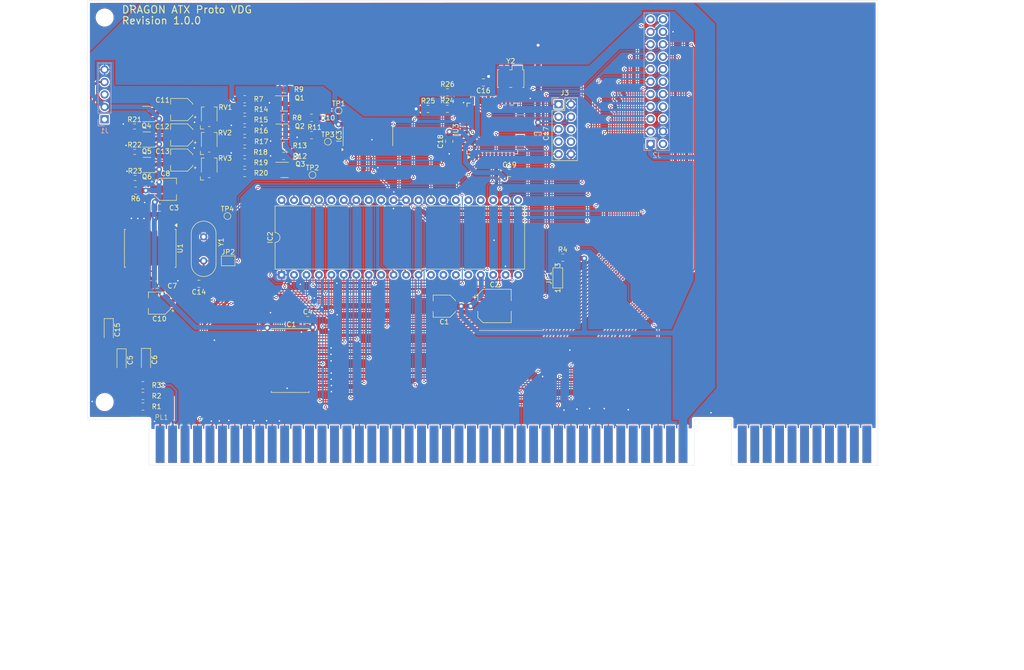
<source format=kicad_pcb>
(kicad_pcb (version 20241229) (generator "pcbnew") (generator_version "9.0")
  (title_block (title "Dragon ATX Proto VDG Card") (date "2025-06-01") (rev "1.0.1"))
  (layers (0 "F.Cu" signal) (2 "B.Cu" signal) (13 "F.Paste" user) (15 "B.Paste" user) (5 "F.SilkS" user "F.Silkscreen") (7 "B.SilkS" user "B.Silkscreen") (1 "F.Mask" user) (3 "B.Mask" user) (25 "Edge.Cuts" user))
  (net 0 "")
  (net 1 "+5V")
  (net 2 "GND")
  (net 3 "Net-(C5-Pad2)")
  (net 4 "Net-(U1-CHROM_OUT)")
  (net 5 "Net-(C6-Pad2)")
  (net 6 "Net-(U1-LUM_OUT)")
  (net 7 "Net-(C11-Pad1)")
  (net 8 "Net-(Q4-B)")
  (net 9 "Net-(C12-Pad1)")
  (net 10 "Net-(Q5-B)")
  (net 11 "Net-(Q6-B)")
  (net 12 "Net-(C13-Pad1)")
  (net 13 "Net-(U1-CVBS_OUT)")
  (net 14 "Net-(C15-Pad2)")
  (net 15 "/DL7")
  (net 16 "/DL6")
  (net 17 "/Q1")
  (net 18 "/DL5")
  (net 19 "/Q5")
  (net 20 "/Q7")
  (net 21 "/DL0")
  (net 22 "/Q3")
  (net 23 "/DL4")
  (net 24 "/Q2")
  (net 25 "/DL1")
  (net 26 "/DL2")
  (net 27 "/DL3")
  (net 28 "/Q0")
  (net 29 "/Q6")
  (net 30 "/DA0")
  (net 31 "/Q4")
  (net 32 "/GM0")
  (net 33 "/GM1")
  (net 34 "/GM2")
  (net 35 "phiA")
  (net 36 "/~{A}{slash}G")
  (net 37 "~{FS}")
  (net 38 "~{HS}")
  (net 44 "CLK")
  (net 45 "/CSS")
  (net 52 "phiB")
  (net 55 "Composite")
  (net 56 "/VCLK")
  (net 57 "Luma")
  (net 58 "LUM")
  (net 60 "phiB'")
  (net 61 "PadLuma")
  (net 62 "LUM CONTROL")
  (net 63 "phiA'")
  (net 64 "LUM'")
  (net 67 "Chroma")
  (net 71 "~{RESET}")
  (net 72 "TCK")
  (net 73 "TMS")
  (net 74 "TDI")
  (net 76 "TDO")
  (net 78 "Net-(JP1-B)")
  (net 79 "Format")
  (net 80 "/A2")
  (net 81 "/P1")
  (net 82 "/Z2")
  (net 83 "/Q")
  (net 84 "/R{slash}W")
  (net 86 "/D2")
  (net 87 "/D5")
  (net 88 "/R2")
  (net 89 "/Z6")
  (net 90 "/P0")
  (net 91 "/AVMA")
  (net 92 "/A6")
  (net 93 "/Z7")
  (net 94 "/R0")
  (net 96 "-5V")
  (net 97 "/MIC")
  (net 99 "/HS")
  (net 100 "/NMI")
  (net 102 "/IRQ")
  (net 103 "/A3")
  (net 104 "/P2")
  (net 105 "/A12")
  (net 107 "/BUSY")
  (net 108 "/D6")
  (net 109 "/S1")
  (net 110 "/ESND")
  (net 111 "/FIRQ")
  (net 112 "E")
  (net 114 "/R1")
  (net 115 "/Z1")
  (net 116 "/WE")
  (net 117 "/A4")
  (net 118 "/D7")
  (net 119 "/TSC")
  (net 120 "/Z0")
  (net 121 "/A9")
  (net 122 "/D0")
  (net 123 "/D3")
  (net 125 "/MOTOR")
  (net 126 "/CAS")
  (net 127 "/S2")
  (net 128 "/A0")
  (net 130 "/A11")
  (net 131 "/Z5")
  (net 132 "/CART")
  (net 133 "/Z3")
  (net 134 "/A10")
  (net 138 "/A15")
  (net 139 "/A8")
  (net 140 "/ROM.SEL")
  (net 141 "+3.3V")
  (net 142 "/Z4")
  (net 143 "/A13")
  (net 144 "/A14")
  (net 145 "/RST")
  (net 148 "/S0")
  (net 149 "/BA")
  (net 150 "/RAS")
  (net 151 "/D4")
  (net 152 "/EAR")
  (net 153 "/HALT")
  (net 154 "-12V")
  (net 156 "+12V")
  (net 157 "/A1")
  (net 158 "/BS")
  (net 160 "/EXTMEN")
  (net 161 "/A5")
  (net 162 "/D1")
  (net 165 "/A7")
  (net 166 "/D.OUT")
  (net 167 "Net-(U1-CE)")
  (net 168 "/~{Y}")
  (net 169 "Net-(Q1-B)")
  (net 170 "Net-(Q1-E)")
  (net 171 "/B-Y")
  (net 172 "/Y-B")
  (net 173 "/R-Y")
  (net 174 "/Y-R")
  (net 175 "BLUE")
  (net 176 "GREEN")
  (net 177 "RED")
  (net 178 "Net-(R24-Pad2)")
  (net 184 "FrmFormat")
  (net 187 "Net-(JP2-A)")
  (net 192 "FMT_CLOCK")
  (net 194 "CHROMA_CONTROL")
  (net 198 "SYNC_CONTROL")
  (net 199 "PALClock")
  (net 200 "LINE_PULSE")
  (footprint "Resistor_SMD:R_0805_2012Metric_Pad1.20x1.40mm_HandSolder" (layer "F.Cu") (at 109.5916 48.5267)
    (property "Reference" "R10")
    (property "Value" "150R")
  )
  (footprint "MountingHole:MountingHole_3.2mm_M3" (layer "F.Cu") (at 67.3862 28.0797)
    (property "Reference" "H1" (hide yes))
    (property "Value" "MountingHole")
  )
  (footprint "Capacitor_SMD:C_0805_2012Metric_Pad1.18x1.45mm_HandSolder" (layer "F.Cu") (at 78.0796 82.5881)
    (property "Reference" "C7")
    (property "Value" "0.1uF")
  )
  (footprint "Capacitor_SMD:CP_Elec_6.3x5.8" (layer "F.Cu") (at 146.9314 86.9315)
    (property "Reference" "C2")
    (property "Value" "100uF")
  )
  (footprint "Library:SOT-23-3" (layer "F.Cu") (at 104.0947 51.3715)
    (property "Reference" "Q2")
    (property "Value" "NPN")
  )
  (footprint "Connector_PinHeader_2.54mm:PinHeader_2x05_P2.54mm_Vertical" (layer "F.Cu") (at 159.9946 45.7835)
    (property "Reference" "J3")
    (property "Value" "JTAG")
  )
  (footprint "Resistor_SMD:R_0805_2012Metric_Pad1.20x1.40mm_HandSolder" (layer "F.Cu") (at 95.9518 44.7421 180)
    (property "Reference" "R7")
    (property "Value" "180R")
  )
  (footprint "Potentiometer_SMD:Potentiometer_Bourns_TC33X_Vertical" (layer "F.Cu") (at 88.7222 53.4289 90)
    (property "Reference" "RV2")
    (property "Value" "50K")
  )
  (footprint "Resistor_SMD:R_0805_2012Metric_Pad1.20x1.40mm_HandSolder" (layer "F.Cu") (at 133.3754 46.7233)
    (property "Reference" "R25")
    (property "Value" "8K2")
  )
  (footprint "Resistor_SMD:R_0805_2012Metric_Pad1.20x1.40mm_HandSolder" (layer "F.Cu") (at 104.1345 42.7101)
    (property "Reference" "R9")
    (property "Value" "100R")
  )
  (footprint "Package_SO:SOIC-16_3.9x9.9mm_P1.27mm" (layer "F.Cu") (at 121.1072 52.3255 90)
    (property "Reference" "IC3")
    (property "Value" "MC14053")
  )
  (footprint "Potentiometer_SMD:Potentiometer_Bourns_TC33X_Vertical" (layer "F.Cu") (at 88.7188 48.2235 90)
    (property "Reference" "RV1")
    (property "Value" "50K")
  )
  (footprint "Capacitor_SMD:CP_Elec_4x5.4" (layer "F.Cu") (at 83.1054 46.8503 180)
    (property "Reference" "C11")
    (property "Value" "10uF")
  )
  (footprint "Library:Card_Edge" (layer "F.Cu") (at 152.5016 117.9195)
    (property "Reference" "PL1")
    (property "Value" "~")
    (fp_line (start -76.073 -7.874) (end -76.073 1.524) (stroke (width 0.05)) (layer "Edge.Cuts"))
    (fp_line (start -76.073 1.524) (end 35.179 1.524) (stroke (width 0.05)) (layer "Edge.Cuts"))
    (fp_line (start 35.179 -7.874) (end 42.707 -7.874) (stroke (width 0.05)) (layer "Edge.Cuts"))
    (fp_line (start 35.179 1.524) (end 35.179 -7.874) (stroke (width 0.05)) (layer "Edge.Cuts"))
    (fp_line (start 42.707 -7.874) (end 42.707 1.524) (stroke (width 0.05)) (layer "Edge.Cuts"))
    (fp_line (start 42.707 1.524) (end 72.679 1.524) (stroke (width 0.05)) (layer "Edge.Cuts"))
    (fp_line (start 72.679 1.524) (end 72.679 -7.874) (stroke (width 0.05)) (layer "Edge.Cuts"))
  )
  (footprint "Jumper:SolderJumper-3_P1.3mm_Open_Pad1.0x1.5mm_NumberLabels" (layer "F.Cu") (at 159.8422 81.2038 90)
    (property "Reference" "JP1")
    (property "Value" "Video Format")
  )
  (footprint "Resistor_SMD:R_0805_2012Metric_Pad1.20x1.40mm_HandSolder" (layer "F.Cu") (at 95.9612 53.3273)
    (property "Reference" "R17")
    (property "Value" "6K8")
  )
  (footprint "Potentiometer_SMD:Potentiometer_Bourns_TC33X_Vertical" (layer "F.Cu") (at 88.7222 58.6375 90)
    (property "Reference" "RV3")
    (property "Value" "50K")
  )
  (footprint "Capacitor_SMD:C_0805_2012Metric_Pad1.18x1.45mm_HandSolder" (layer "F.Cu") (at 155.7782 51.7525 -90)
    (property "Reference" "C17")
    (property "Value" "0.1uF")
  )
  (footprint "Package_SO:SOIC-16W_7.5x10.3mm_P1.27mm" (layer "F.Cu") (at 76.6826 75.1713 -90)
    (property "Reference" "U1")
    (property "Value" "AD724JR")
  )
  (footprint "Capacitor_SMD:C_0805_2012Metric" (layer "F.Cu") (at 86.614 82.4103 180)
    (property "Reference" "C14")
    (property "Value" "51pF")
  )
  (footprint "Package_SO:SOIC-20W_7.5x12.8mm_P1.27mm" (layer "F.Cu") (at 105.2304 98.0567)
    (property "Reference" "IC1")
    (property "Value" "74LS273")
  )
  (footprint "TestPoint:TestPoint_Pad_D1.0mm" (layer "F.Cu") (at 92.4306 68.58)
    (property "Reference" "TP4")
    (property "Value" "TestPoint_FrameFormat")
  )
  (footprint "Resistor_SMD:R_0805_2012Metric_Pad1.20x1.40mm_HandSolder" (layer "F.Cu") (at 95.9612 46.8213)
    (property "Reference" "R14")
    (property "Value" "3K3")
  )
  (footprint "Resistor_SMD:R_0805_2012Metric_Pad1.20x1.40mm_HandSolder" (layer "F.Cu") (at 103.902 56.3245)
    (property "Reference" "R12")
    (property "Value" "150R")
  )
  (footprint "TestPoint:TestPoint_Pad_D1.0mm" (layer "F.Cu") (at 109.7788 60.1853)
    (property "Reference" "TP2")
    (property "Value" "TestPoint_PhiA")
  )
  (footprint "Resistor_SMD:R_0805_2012Metric_Pad1.20x1.40mm_HandSolder" (layer "F.Cu") (at 75.184 103.1113 180)
    (property "Reference" "R3")
    (property "Value" "75R")
  )
  (footprint "Library:SOT-23-3" (layer "F.Cu") (at 75.9968 58.1533 180)
    (property "Reference" "Q6")
    (property "Value" "NPN")
  )
  (footprint "Library:SOT-23-3" (layer "F.Cu") (at 103.9876 45.6057)
    (property "Reference" "Q1")
    (property "Value" "MMBT4401")
  )
  (footprint "Capacitor_SMD:C_0805_2012Metric_Pad1.18x1.45mm_HandSolder" (layer "F.Cu") (at 144.6608 41.3131 180)
    (property "Reference" "C16")
    (property "Value" "0.1uF")
  )
  (footprint "Capacitor_SMD:CP_Elec_4x5.4" (layer "F.Cu") (at 136.6774 86.9696 180)
    (property "Reference" "C1")
    (property "Value" "10uF")
  )
  (footprint "Resistor_SMD:R_0603_1608Metric" (layer "F.Cu") (at 73.5076 55.4863)
    (property "Reference" "R22")
    (property "Value" "150R")
  )
  (footprint "Resistor_SMD:R_0805_2012Metric_Pad1.20x1.40mm_HandSolder" (layer "F.Cu") (at 137.3124 46.6979)
    (property "Reference" "R24")
    (property "Value" "12K")
  )
  (footprint "Capacitor_SMD:CP_Elec_4x5.4" (layer "F.Cu") (at 78.5622 86.3473 180)
    (property "Reference" "C10")
    (property "Value" "10uF")
  )
  (footprint "Capacitor_Tantalum_SMD:CP_EIA-3216-12_Kemet-S" (layer "F.Cu") (at 70.8406 97.9805 -90)
    (property "Reference" "C5")
    (property "Value" "220uF")
  )
  (footprint "MountingHole:MountingHole_3.2mm_M3" (layer "F.Cu") (at 67.3862 106.5403)
    (property "Reference" "H2" (hide yes))
    (property "Value" "MountingHole")
  )
  (footprint "Resistor_SMD:R_0805_2012Metric_Pad1.20x1.40mm_HandSolder" (layer "F.Cu") (at 109.5916 52.0827 180)
    (property "Reference" "R11")
    (property "Value" "150R")
  )
  (footprint "Oscillator:Oscillator_SMD_SeikoEpson_SG8002LB-4Pin_5.0x3.2mm_HandSoldering" (layer "F.Cu") (at 150.241 40.5384 180)
    (property "Reference" "Y2")
    (property "Value" "4.433618MHz")
  )
  (footprint "Capacitor_Tantalum_SMD:CP_EIA-3216-12_Kemet-S" (layer "F.Cu") (at 75.819 97.9043 -90)
    (property "Reference" "C6")
    (property "Value" "220uF")
  )
  (footprint "Resistor_SMD:R_0805_2012Metric_Pad1.20x1.40mm_HandSolder" (layer "F.Cu") (at 75.184 105.2957 180)
    (property "Reference" "R2")
    (property "Value" "75R")
  )
  (footprint "TestPoint:TestPoint_Pad_D1.0mm" (layer "F.Cu") (at 115.1128 47.0789)
    (property "Reference" "TP1")
    (property "Value" "TestPoint_Luma")
  )
  (footprint "Resistor_SMD:R_0805_2012Metric_Pad1.20x1.40mm_HandSolder" (layer "F.Cu") (at 137.3378 43.3451)
    (property "Reference" "R26")
    (property "Value" "1K8")
  )
  (footprint "Capacitor_SMD:CP_Elec_4x5.4" (layer "F.Cu") (at 79.7814 63.119)
    (property "Reference" "C8")
    (property "Value" "10uF")
  )
  (footprint "Package_QFP:TQFP-44_10x10mm_P0.8mm" (layer "F.Cu") (at 146.4818 50.7111 90)
    (property "Reference" "U3")
    (property "Value" "ATF1502ASL-xAx44")
  )
  (footprint "Resistor_SMD:R_0805_2012Metric_Pad1.20x1.40mm_HandSolder" (layer "F.Cu") (at 103.8512 48.5267)
    (property "Reference" "R8")
    (property "Value" "910R")
  )
  (footprint "Resistor_SMD:R_0805_2012Metric_Pad1.20x1.40mm_HandSolder" (layer "F.Cu") (at 103.902 54.2417 180)
    (property "Reference" "R13")
    (property "Value" "150R")
  )
  (footprint "Capacitor_SMD:CP_Elec_4x5.4" (layer "F.Cu") (at 83.1088 52.0319 180)
    (property "Reference" "C12")
    (property "Value" "10uF")
  )
  (footprint "Resistor_SMD:R_0805_2012Metric_Pad1.20x1.40mm_HandSolder" (layer "F.Cu") (at 95.9612 51.1683)
    (property "Reference" "R16")
    (property "Value" "2K")
  )
  (footprint "Crystal:Crystal_HC18-U_Vertical" (layer "F.Cu") (at 87.5792 72.8229 -90)
    (property "Reference" "Y1")
    (property "Value" "4.433620MHz")
  )
  (footprint "Package_DIP:DIP-40_W15.24mm" (layer "F.Cu") (at 103.4846 80.5815 90)
    (property "Reference" "IC2")
    (property "Value" "MC6847")
  )
  (footprint "Resistor_SMD:R_0603_1608Metric" (layer "F.Cu") (at 73.4877 50.3149)
    (property "Reference" "R21")
    (property "Value" "150R")
  )
  (footprint "Library:SOT-23-3" (layer "F.Cu") (at 104.0947 59.1693)
    (property "Reference" "Q3")
    (property "Value" "NPN")
  )
  (footprint "Capacitor_SMD:C_0805_2012Metric_Pad1.18x1.45mm_HandSolder" (layer "F.Cu") (at 78.5622 66.8655)
    (property "Reference" "C3")
    (property "Value" "0.1uF")
  )
  (footprint "Resistor_SMD:R_0603_1608Metric" (layer "F.Cu") (at 73.5838 60.8203)
    (property "Reference" "R23")
    (property "Value" "150R")
  )
  (footprint "Resistor_SMD:R_0805_2012Metric_Pad1.20x1.40mm_HandSolder" (layer "F.Cu") (at 95.9518 55.4863)
    (property "Reference" "R18")
    (property "Value" "4K7")
  )
  (footprint "Resistor_SMD:R_0805_2012Metric_Pad1.20x1.40mm_HandSolder" (layer "F.Cu") (at 95.9612 48.9839)
    (property "Reference" "R15")
    (property "Value" "2K2")
  )
  (footprint "Resistor_SMD:R_0805_2012Metric_Pad1.20x1.40mm_HandSolder" (layer "F.Cu") (at 75.2 107.4547 180)
    (property "Reference" "R1")
    (property "Value" "75R")
  )
  (footprint "Library:SOT-23-3" (layer "F.Cu") (at 75.9206 47.7647 180)
    (property "Reference" "Q4")
    (property "Value" "NPN")
  )
  (footprint "Resistor_SMD:R_0805_2012Metric_Pad1.20x1.40mm_HandSolder" (layer "F.Cu") (at 95.9612 57.6707)
    (property "Reference" "R19")
    (property "Value" "2K7")
  )
  (footprint "Capacitor_SMD:CP_Elec_4x5.4" (layer "F.Cu") (at 83.1088 57.1627 180)
    (property "Reference" "C13")
    (property "Value" "10uF")
  )
  (footprint "Capacitor_Tantalum_SMD:CP_EIA-3216-12_Kemet-S" (layer "F.Cu") (at 68.2244 91.8083 -90)
    (property "Reference" "C15")
    (property "Value" "220uF")
  )
  (footprint "Capacitor_SMD:C_0805_2012Metric_Pad1.18x1.45mm_HandSolder" (layer "F.Cu") (at 149.987 59.8043)
    (property "Reference" "C19")
    (property "Value" "0.1uF")
  )
  (footprint "Capacitor_SMD:C_0805_2012Metric_Pad1.18x1.45mm_HandSolder" (layer "F.Cu") (at 108.8118 89.8017)
    (property "Reference" "C4")
    (property "Value" "0.1uF")
  )
  (footprint "Resistor_SMD:R_0805_2012Metric_Pad1.20x1.40mm_HandSolder" (layer "F.Cu") (at 95.9612 59.8043)
    (property "Reference" "R20")
    (property "Value" "2K")
  )
  (footprint "TestPoint:TestPoint_Pad_D1.0mm" (layer "F.Cu") (at 112.9284 53.4035)
    (property "Reference" "TP3")
    (property "Value" "TestPoint_PhiB")
  )
  (footprint "Resistor_SMD:R_0805_2012Metric_Pad1.20x1.40mm_HandSolder" (layer "F.Cu") (at 160.8582 77.0636)
    (property "Reference" "R4")
    (property "Value" "10K")
  )
  (footprint "Resistor_SMD:R_0805_2012Metric_Pad1.20x1.40mm_HandSolder" (layer "F.Cu") (at 73.7108 63.3857 180)
    (property "Reference" "R6")
    (property "Value" "10K")
  )
  (footprint "Library:SOT-23-3" (layer "F.Cu") (at 75.9714 52.9717 180)
    (property "Reference" "Q5")
    (property "Value" "NPN")
  )
  (footprint "Jumper:SolderJumper-2_P1.3mm_Open_Pad1.0x1.5mm" (layer "F.Cu") (at 92.5934 77.724)
    (property "Reference" "JP2")
    (property "Value" "FormatClock")
  )
  (footprint "Capacitor_SMD:C_0805_2012Metric_Pad1.18x1.45mm_HandSolder" (layer "F.Cu") (at 137.6934 53.3527 -90)
    (property "Reference" "C18")
    (property "Value" "0.1uF")
  )
  (footprint "Connector_PinHeader_2.54mm:PinHeader_2x11_P2.54mm_Vertical" (layer "B.Cu") (at 178.7652 53.8557)
    (property "Reference" "J2")
    (property "Value" "Board Interconnect Male")
  )
  (footprint "Connector_PinHeader_2.54mm:PinHeader_1x05_P2.54mm_Vertical" (layer "B.Cu") (at 67.3608 48.8519)
    (property "Reference" "J1")
    (property "Value" "Video Output")
  )
  (gr_line (start 63.8876 110.0455) (end 63.8876 24.5999) (stroke (width 0.05)) (layer "Edge.Cuts"))
  (gr_line (start 63.8876 24.5999) (end 225.180753 24.522616) (stroke (width 0.05)) (layer "Edge.Cuts"))
  (gr_line (start 76.422 110.0507) (end 63.8876 110.0455) (stroke (width 0.05)) (layer "Edge.Cuts"))
  (gr_line (start 225.180753 110.044416) (end 225.180753 24.522616) (stroke (width 0.05)) (layer "Edge.Cuts"))
  (gr_text "Revision 1.0.0" (at 70.7898 29.5783 0) (layer "F.SilkS") (effects (font (size 1.5 1.5) (thickness 0.2)) (justify left bottom)))
  (gr_text "DRAGON ATX Proto VDG" (at 70.7898 27.3431 0) (layer "F.SilkS") (effects (font (size 1.5 1.5) (thickness 0.2)) (justify left bottom)))
  (segment (start 78.4377 53.9217) (end 78.486 53.8734) (width 0.4) (layer "F.Cu") (net 1))
  (segment (start 109.8493 92.3106) (end 109.8804 92.3417) (width 0.2) (layer "F.Cu") (net 1))
  (segment (start 111.9378 48.5521) (end 110.617 48.5521) (width 1) (layer "F.Cu") (net 1))
  (segment (start 145.6983 44.9946) (end 145.6818 45.0111) (width 0.2) (layer "F.Cu") (net 1))
  (segment (start 145.7198 40.0939) (end 145.7198 41.2916) (width 1) (layer "F.Cu") (net 1))
  (segment (start 155.7743 50.7111) (end 155.7782 50.715) (width 0.2) (layer "F.Cu") (net 1))
  (segment (start 137.7188 52.2898) (end 137.6934 52.3152) (width 1) (layer "F.Cu") (net 1))
  (segment (start 144.2212 86.9417) (end 144.2314 86.9315) (width 1) (layer "F.Cu") (net 1))
  (segment (start 78.5876 79.8213) (end 78.5876 82.0586) (width 0.6) (layer "F.Cu") (net 1))
  (segment (start 78.486 61.6204) (end 78.486 62.6906) (width 1) (layer "F.Cu") (net 1))
  (segment (start 148.8818 56.4111) (end 148.8818 59.7366) (width 0.5) (layer "F.Cu") (net 1))
  (segment (start 155.829 50.6642) (end 155.7782 50.715) (width 1) (layer "F.Cu") (net 1))
  (segment (start 74.7235 63.373) (end 74.7108 63.3857) (width 1) (layer "F.Cu") (net 1))
  (segment (start 77.5247 66.8655) (end 77.5247 65.8368) (width 1) (layer "F.Cu") (net 1))
  (segment (start 145.7198 41.2916) (end 145.6983 41.3131) (width 1) (layer "F.Cu") (net 1))
  (segment (start 78.4123 59.1033) (end 78.486 59.0296) (width 0.4) (layer "F.Cu") (net 1))
  (segment (start 148.9964 60.8965) (end 148.9964 59.8512) (width 1) (layer "F.Cu") (net 1))
  (segment (start 145.6983 41.3131) (end 145.6983 44.9946) (width 0.5) (layer "F.Cu") (net 1))
  (segment (start 78.486 62.6906) (end 77.9814 63.1952) (width 1) (layer "F.Cu") (net 1))
  (segment (start 94.9264 44.7675) (end 94.9518 44.7421) (width 1) (layer "F.Cu") (net 1))
  (segment (start 77.1343 59.1033) (end 78.4123 59.1033) (width 0.4) (layer "F.Cu") (net 1))
  (segment (start 142.0368 86.9823) (end 142.0774 86.9417) (width 1) (layer "F.Cu") (net 1))
  (segment (start 142.0774 86.9417) (end 144.2212 86.9417) (width 1) (layer "F.Cu") (net 1))
  (segment (start 79.1171 82.5881) (end 79.1171 84.4677) (width 1) (layer "F.Cu") (net 1))
  (segment (start 77.5242 63.3857) (end 77.5496 63.3603) (width 0.2) (layer "F.Cu") (net 1))
  (segment (start 78.5876 82.0586) (end 79.1171 82.5881) (width 0.6) (layer "F.Cu") (net 1))
  (segment (start 116.6398 49.8729) (end 116.6622 49.8505) (width 1) (layer "F.Cu") (net 1))
  (segment (start 152.1818 50.7111) (end 155.7743 50.7111) (width 0.2) (layer "F.Cu") (net 1))
  (segment (start 77.1089 53.9217) (end 78.4377 53.9217) (width 0.4) (layer "F.Cu") (net 1))
  (segment (start 109.8493 91.2749) (end 109.8493 92.3106) (width 0.8) (layer "F.Cu") (net 1))
  (segment (start 155.829 33.7312) (end 155.829 50.6642) (width 1) (layer "F.Cu") (net 1))
  (segment (start 77.3176 70.5213) (end 77.3176 69.1173) (width 0.4) (layer "F.Cu") (net 1))
  (segment (start 79.1171 84.4677) (end 79.1171 85.1022) (width 1) (layer "F.Cu") (net 1))
  (segment (start 77.3176 69.1173) (end 77.5247 68.9102) (width 0.4) (layer "F.Cu") (net 1))
  (segment (start 100.584 92.3381) (end 100.5804 92.3417) (width 0.4) (layer "F.Cu") (net 1))
  (segment (start 77.3176 67.0726) (end 77.5247 66.8655) (width 0.2) (layer "F.Cu") (net 1))
  (segment (start 110.617 48.5521) (end 110.5916 48.5267) (width 1) (layer "F.Cu") (net 1))
  (segment (start 148.9964 59.8512) (end 148.9495 59.8043) (width 1) (layer "F.Cu") (net 1))
  (segment (start 115.0874 49.8729) (end 116.6398 49.8729) (width 1) (layer "F.Cu") (net 1))
  (segment (start 93.6498 44.7675) (end 94.9264 44.7675) (width 1) (layer "F.Cu") (net 1))
  (segment (start 137.7188 51.3715) (end 137.7188 52.2898) (width 1) (layer "F.Cu") (net 1))
  (segment (start 140.7818 52.3111) (end 137.6975 52.3111) (width 0.2) (layer "F.Cu") (net 1))
  (segment (start 148.8818 59.7366) (end 148.9495 59.8043) (width 0.2) (layer "F.Cu") (net 1))
  (segment (start 79.1171 85.1022) (end 80.3622 86.3473) (width 1) (layer "F.Cu") (net 1))
  (segment (start 162.0106 77.216) (end 161.8582 77.0636) (width 1) (layer "F.Cu") (net 1))
  (segment (start 100.584 91.3511) (end 100.584 92.3381) (width 0.4) (layer "F.Cu") (net 1))
  (segment (start 104.9528 56.3753) (end 104.902 56.3245) (width 1) (layer "F.Cu") (net 1))
  (segment (start 140.1318 86.9823) (end 142.0368 86.9823) (width 1) (layer "F.Cu") (net 1))
  (segment (start 77.5247 65.8368) (end 77.63705 65.72445) (width 1) (layer "F.Cu") (net 1))
  (segment (start 106.2482 56.3753) (end 104.9528 56.3753) (width 1) (layer "F.Cu") (net 1))
  (segment (start 165.2524 77.216) (end 162.0106 77.216) (width 1) (layer "F.Cu") (net 1))
  (segment (start 78.486 48.7045) (end 77.0683 48.7045) (width 0.5) (layer "F.Cu") (net 1))
  (segment (start 75.7682 63.373) (end 74.7235 63.373) (width 1) (layer "F.Cu") (net 1))
  (segment (start 109.8493 89.8017) (end 109.8493 91.2749) (width 0.8) (layer "F.Cu") (net 1))
  (segment (start 137.6975 52.3111) (end 137.6934 52.3152) (width 0.2) (layer "F.Cu") (net 1))
  (segment (start 130.937 46.7233) (end 132.3754 46.7233) (width 1) (layer "F.Cu") (net 1))
  (via (at 77.5247 68.9102) (size 0.6) (drill 0.3) (layers "F.Cu" "B.Cu") (net 1))
  (via (at 79.1171 84.4677) (size 1.2) (drill 0.6) (layers "F.Cu" "B.Cu") (net 1))
  (via (at 100.584 91.3511) (size 1.2) (drill 0.6) (layers "F.Cu" "B.Cu") (net 1))
  (via (at 115.0874 49.8729) (size 1.2) (drill 0.6) (layers "F.Cu" "B.Cu") (net 1))
  (via (at 75.7682 63.373) (size 1.2) (drill 0.6) (layers "F.Cu" "B.Cu") (net 1))
  (via (at 155.829 33.7312) (size 1.2) (drill 0.6) (layers "F.Cu" "B.Cu") (net 1))
  (via (at 93.6498 44.7675) (size 0.6) (drill 0.3) (layers "F.Cu" "B.Cu") (net 1))
  (via (at 148.9964 60.8965) (size 0.6) (drill 0.3) (layers "F.Cu" "B.Cu") (net 1))
  (via (at 106.2482 56.3753) (size 0.6) (drill 0.3) (layers "F.Cu" "B.Cu") (net 1))
  (via (at 130.937 46.7233) (size 1.2) (drill 0.6) (layers "F.Cu" "B.Cu") (net 1))
  (via (at 78.5114 53.9242) (size 1.2) (drill 0.6) (layers "F.Cu" "B.Cu") (net 1))
  (via (at 78.486 61.6204) (size 1.2) (drill 0.6) (layers "F.Cu" "B.Cu") (net 1))
  (via (at 78.486 48.7045) (size 1.2) (drill 0.6) (layers "F.Cu" "B.Cu") (net 1))
  (via (at 165.2524 77.216) (size 1.2) (drill 0.6) (layers "F.Cu" "B.Cu") (net 1))
  (via (at 111.9378 48.5521) (size 1.2) (drill 0.6) (layers "F.Cu" "B.Cu") (net 1))
  (via (at 140.1318 86.9823) (size 1.2) (drill 0.6) (layers "F.Cu" "B.Cu") (net 1))
  (via (at 142.0622 86.9696) (size 1.2) (drill 0.6) (layers "F.Cu" "B.Cu") (net 1))
  (via (at 77.63705 65.72445) (size 1.2) (drill 0.6) (layers "F.Cu" "B.Cu") (net 1))
  (via (at 155.8036 49.4792) (size 1.2) (drill 0.6) (layers "F.Cu" "B.Cu") (net 1))
  (via (at 78.486 59.055) (size 1.2) (drill 0.6) (layers "F.Cu" "B.Cu") (net 1))
  (via (at 137.7188 51.3715) (size 1.2) (drill 0.6) (layers "F.Cu" "B.Cu") (net 1))
  (via (at 109.8493 91.2749) (size 1.2) (drill 0.6) (layers "F.Cu" "B.Cu") (net 1))
  (via (at 145.7198 40.0939) (size 1.2) (drill 0.6) (layers "F.Cu" "B.Cu") (net 1))
  (segment (start 77.63705 65.72445) (end 78.486 64.8755) (width 1) (layer "B.Cu") (net 1))
  (segment (start 145.2372 25.6667) (end 145.7198 26.1493) (width 1) (layer "B.Cu") (net 1))
  (segment (start 178.7652 55.8419) (end 178.7652 53.8557) (width 1) (layer "B.Cu") (net 1))
  (segment (start 78.486 59.0296) (end 78.486 63.3222) (width 1) (layer "B.Cu") (net 1))
  (segment (start 78.486 64.8755) (end 78.486 63.3222) (width 1) (layer "B.Cu") (net 1))
  (segment (start 161.2773 49.5808) (end 155.9052 49.5808) (width 0.4) (layer "B.Cu") (net 1))
  (segment (start 93.2942 44.4119) (end 93.6498 44.7675) (width 1) (layer "B.Cu") (net 1))
  (segment (start 107.968628 91.2749) (end 109.8493 91.2749) (width 1) (layer "B.Cu") (net 1))
  (segment (start 143.4442 42.3695) (end 143.4442 51.913128) (width 1) (layer "B.Cu") (net 1))
  (segment (start 188.341 30.4165) (end 183.5912 25.6667) (width 1) (layer "B.Cu") (net 1))
  (segment (start 93.2942 25.6667) (end 74.7776 25.6667) (width 1) (layer "B.Cu") (net 1))
  (segment (start 185.3946 92.4306) (end 181.2925 92.4306) (width 1) (layer "B.Cu") (net 1))
  (segment (start 143.4442 51.913128) (end 142.084214 53.273114) (width 1) (layer "B.Cu") (net 1))
  (segment (start 188.341 89.4842) (end 188.341 30.4165) (width 1) (layer "B.Cu") (net 1))
  (segment (start 77.5247 68.9102) (end 77.5247 82.8753) (width 1) (layer "B.Cu") (net 1))
  (segment (start 76.0934 46.3119) (end 78.0161 48.2346) (width 1) (layer "B.Cu") (net 1))
  (segment (start 93.2942 25.6667) (end 93.2942 44.4119) (width 1) (layer "B.Cu") (net 1))
  (segment (start 155.829 25.7683) (end 155.7274 25.6667) (width 1) (layer "B.Cu") (net 1))
  (segment (start 188.3283 56.5785) (end 179.5018 56.5785) (width 1) (layer "B.Cu") (net 1))
  (segment (start 75.819 63.3222) (end 78.486 63.3222) (width 1) (layer "B.Cu") (net 1))
  (segment (start 147.828 59.7281) (end 148.9964 60.8965) (width 1) (layer "B.Cu") (net 1))
  (segment (start 85.9243 91.2749) (end 107.118572 91.2749) (width 1) (layer "B.Cu") (net 1))
  (segment (start 114.3508 48.5521) (end 114.3508 49.1363) (width 1) (layer "B.Cu") (net 1))
  (segment (start 140.1826 51.3715) (end 137.7188 51.3715) (width 1) (layer "B.Cu") (net 1))
  (segment (start 64.8886 43.8397) (end 67.3608 46.3119) (width 1) (layer "B.Cu") (net 1))
  (segment (start 145.2372 25.6667) (end 130.429 25.6667) (width 1) (layer "B.Cu") (net 1))
  (segment (start 130.429 25.6667) (end 130.429 46.2153) (width 1) (layer "B.Cu") (net 1))
  (segment (start 109.57275 90.99835) (end 100.93675 90.99835) (width 0.4) (layer "B.Cu") (net 1))
  (segment (start 165.2778 77.2414) (end 165.2524 77.216) (width 1) (layer "B.Cu") (net 1))
  (segment (start 114.3508 48.5521) (end 111.9378 48.5521) (width 1) (layer "B.Cu") (net 1))
  (segment (start 77.5247 65.8368) (end 77.5247 68.9102) (width 1) (layer "B.Cu") (net 1))
  (segment (start 130.429 25.6667) (end 114.3508 25.6667) (width 1) (layer "B.Cu") (net 1))
  (segment (start 185.3946 115.1255) (end 185.3946 92.4306) (width 1.8) (layer "B.Cu") (net 1))
  (segment (start 141.634028 53.7233) (end 141.622172 53.7233) (width 1) (layer "B.Cu") (net 1))
  (segment (start 185.3946 92.4306) (end 188.341 89.4842) (width 1) (layer "B.Cu") (net 1))
  (segment (start 142.0368 86.9823) (end 144.2212 84.7979) (width 1) (layer "B.Cu") (net 1))
  (segment (start 107.118572 91.2749) (end 107.128972 91.2645) (width 1) (layer "B.Cu") (net 1))
  (segment (start 143.110372 59.7281) (end 147.828 59.7281) (width 1) (layer "B.Cu") (net 1))
  (segment (start 130.429 46.2153) (end 130.937 46.7233) (width 1) (layer "B.Cu") (net 1))
  (segment (start 64.8886 35.5557) (end 64.8886 43.8397) (width 1) (layer "B.Cu") (net 1))
  (segment (start 78.0161 48.2346) (end 78.486 48.7045) (width 1) (layer "B.Cu") (net 1))
  (segment (start 155.829 33.7312) (end 155.829 25.7683) (width 1) (layer "B.Cu") (net 1))
  (segment (start 144.2212 80.6781) (end 144.1246 80.5815) (width 1) (layer "B.Cu") (net 1))
  (segment (start 114.3508 49.1363) (end 115.0874 49.8729) (width 1) (layer "B.Cu") (net 1))
  (segment (start 107.958228 91.2645) (end 107.968628 91.2749) (width 1) (layer "B.Cu") (net 1))
  (segment (start 114.3508 25.6667) (end 104.2924 25.6667) (width 1) (layer "B.Cu") (net 1))
  (segment (start 145.7198 40.0939) (end 143.4442 42.3695) (width 1) (layer "B.Cu") (net 1))
  (segment (start 141.0358 54.309672) (end 141.0358 57.653528) (width 1) (layer "B.Cu") (net 1))
  (segment (start 143.5862 92.4306) (end 181.2925 92.4306) (width 1) (layer "B.Cu") (net 1))
  (segment (start 107.128972 91.2645) (end 107.958228 91.2645) (width 1) (layer "B.Cu") (net 1))
  (segment (start 165.2778 92.4306) (end 165.2778 77.2414) (width 1) (layer "B.Cu") (net 1))
  (segment (start 140.1318 88.9762) (end 143.5862 92.4306) (width 1) (layer "B.Cu") (net 1))
  (segment (start 183.5912 25.6667) (end 155.7274 25.6667) (width 1) (layer "B.Cu") (net 1))
  (segment (start 114.3508 25.6667) (end 114.3508 48.5521) (width 1) (layer "B.Cu") (net 1))
  (segment (start 75.7682 63.373) (end 75.819 63.3222) (width 1) (layer "B.Cu") (net 1))
  (segment (start 142.084214 53.273114) (end 141.634028 53.7233) (width 1) (layer "B.Cu") (net 1))
  (segment (start 140.1318 86.9823) (end 140.1318 88.9762) (width 1) (layer "B.Cu") (net 1))
  (segment (start 79.1171 84.4677) (end 85.9243 91.2749) (width 1) (layer "B.Cu") (net 1))
  (segment (start 155.9052 49.5808) (end 155.8036 49.4792) (width 0.4) (layer "B.Cu") (net 1))
  (segment (start 179.5018 56.5785) (end 178.7652 55.8419) (width 1) (layer "B.Cu") (net 1))
  (segment (start 188.341 56.5912) (end 188.3283 56.5785) (width 1) (layer "B.Cu") (net 1))
  (segment (start 109.8493 91.2749) (end 109.57275 90.99835) (width 0.4) (layer "B.Cu") (net 1))
  (segment (start 77.63705 65.72445) (end 77.5247 65.8368) (width 1) (layer "B.Cu") (net 1))
  (segment (start 104.2924 54.4195) (end 106.2482 56.3753) (width 1) (layer "B.Cu") (net 1))
  (segment (start 74.7776 25.6667) (end 64.8886 35.5557) (width 1) (layer "B.Cu") (net 1))
  (segment (start 78.486 48.7045) (end 78.486 53.8734) (width 1) (layer "B.Cu") (net 1))
  (segment (start 67.3608 46.3119) (end 76.0934 46.3119) (width 1) (layer "B.Cu") (net 1))
  (segment (start 144.2212 84.7979) (end 144.2212 80.6781) (width 1) (layer "B.Cu") (net 1))
  (segment (start 104.2924 25.6667) (end 93.2942 25.6667) (width 1) (layer "B.Cu") (net 1))
  (segment (start 155.7274 25.6667) (end 145.2372 25.6667) (width 1) (layer "B.Cu") (net 1))
  (segment (start 145.7198 26.1493) (end 145.7198 40.0939) (width 1) (layer "B.Cu") (net 1))
  (segment (start 77.5247 82.8753) (end 79.1171 84.4677) (width 1) (layer "B.Cu") (net 1))
  (segment (start 104.2924 25.6667) (end 104.2924 54.4195) (width 1) (layer "B.Cu") (net 1))
  (segment (start 141.622172 53.7233) (end 141.0358 54.309672) (width 1) (layer "B.Cu") (net 1))
  (segment (start 162.5346 48.3235) (end 161.2773 49.5808) (width 0.4) (layer "B.Cu") (net 1))
  (segment (start 141.0358 57.653528) (end 143.110372 59.7281) (width 1) (layer "B.Cu") (net 1))
  (segment (start 78.486 53.8734) (end 78.486 59.0296) (width 1) (layer "B.Cu") (net 1))
  (segment (start 100.93675 90.99835) (end 100.584 91.3511) (width 0.4) (layer "B.Cu") (net 1))
  (segment (start 142.084214 53.273114) (end 140.1826 51.3715) (width 1) (layer "B.Cu") (net 1))
  (segment (start 137.6934 54.3902) (end 137.6934 55.8927) (width 0.2) (layer "F.Cu") (net 2))
  (segment (start 89.7188 50.0235) (end 93.1908 50.0235) (width 0.2) (layer "F.Cu") (net 2))
  (segment (start 92.7574 55.2289) (end 93.218 55.6895) (width 0.2) (layer "F.Cu") (net 2))
  (segment (start 159.8422 82.1725) (end 159.8582 82.1565) (width 0.2) (layer "F.Cu") (net 2))
  (segment (start 89.7222 55.2289) (end 92.7574 55.2289) (width 0.2) (layer "F.Cu") (net 2))
  (segment (start 93.1908 50.0235) (end 93.2434 50.0761) (width 0.2) (layer "F.Cu") (net 2))
  (via (at 72.8472 69.0499) (size 0.6) (drill 0.3) (layers "F.Cu" "B.Cu") (net 2))
  (via (at 126.3904 63.6524) (size 0.6) (drill 0.3) (layers "F.Cu" "B.Cu") (net 2))
  (via (at 101.2444 56.2991) (size 0.6) (drill 0.3) (layers "F.Cu" "B.Cu") (net 2))
  (via (at 71.9328 59.436) (size 0.6) (drill 0.3) (layers "F.Cu" "B.Cu") (net 2))
  (via (at 75.4126 69.088) (size 0.6) (drill 0.3) (layers "F.Cu" "B.Cu") (net 2))
  (via (at 113.1062 91.7448) (size 0.6) (drill 0.3) (layers "F.Cu" "B.Cu") (net 2))
  (via (at 128.143 66.5607) (size 0.6) (drill 0.3) (layers "F.Cu" "B.Cu") (net 2))
  (via (at 111.7346 87.2109) (size 0.6) (drill 0.3) (layers "F.Cu" "B.Cu") (net 2))
  (via (at 107.315 82.5119) (size 0.6) (drill 0.3) (layers "F.Cu" "B.Cu") (net 2))
  (via (at 72.6186 25.6159) (size 0.6) (drill 0.3) (layers "F.Cu" "B.Cu") (net 2))
  (via (at 85.6742 54.6989) (size 0.6) (drill 0.3) (layers "F.Cu" "B.Cu") (net 2))
  (via (at 75.5396 65.8241) (size 0.6) (drill 0.3) (layers "F.Cu" "B.Cu") (net 2))
  (via (at 64.8462 106.4133) (size 0.6) (drill 0.3) (layers "F.Cu" "B.Cu") (net 2))
  (via (at 101.2444 53.2765) (size 0.6) (drill 0.3) (layers "F.Cu" "B.Cu") (net 2))
  (via (at 97.8662 110.3757) (size 0.6) (drill 0.3) (layers "F.Cu" "B.Cu") (net 2))
  (via (at 107.5436 92.2655) (size 0.6) (drill 0.3) (layers "F.Cu" "B.Cu") (net 2))
  (via (at 113.5634 96.7867) (size 0.6) (drill 0.3) (layers "F.Cu" "B.Cu") (net 2))
  (via (at 113.6142 101.8921) (size 0.6) (drill 0.3) (layers "F.Cu" "B.Cu") (net 2))
  (via (at 89.789 93.9165) (size 0.6) (drill 0.3) (layers "F.Cu" "B.Cu") (net 2))
  (via (at 89.154 110.4265) (size 0.6) (drill 0.3) (layers "F.Cu" "B.Cu") (net 2))
  (via (at 154.2288 44.577) (size 0.6) (drill 0.3) (layers "F.Cu" "B.Cu") (net 2))
  (via (at 124.5362 66.5099) (size 0.6) (drill 0.3) (layers "F.Cu" "B.Cu") (net 2))
  (via (at 71.755 54.1655) (size 0.6) (drill 0.3) (layers "F.Cu" "B.Cu") (net 2))
  (via (at 113.5888 95.4913) (size 0.6) (drill 0.3) (layers "F.Cu" "B.Cu") (net 2))
  (via (at 126.6444 58.7502) (size 0.6) (drill 0.3) (layers "F.Cu" "B.Cu") (net 2))
  (via (at 142.9258 54.0004) (size 0.6) (drill 0.3) (layers "F.Cu" "B.Cu") (net 2))
  (via (at 101.219 88.2904) (size 0.6) (drill 0.3) (layers "F.Cu" "B.Cu") (net 2))
  (via (at 106.6546 52.5145) (size 0.6) (drill 0.3) (layers "F.Cu" "B.Cu") (net 2))
  (via (at 169.3164 107.8611) (size 0.6) (drill 0.3) (layers "F.Cu" "B.Cu") (net 2))
  (via (at 113.6396 103.1621) (size 0.6) (drill 0.3) (layers "F.Cu" "B.Cu") (net 2))
  (via (at 74.1426 69.088) (size 0.6) (drill 0.3) (layers "F.Cu" "B.Cu") (net 2))
  (via (at 90.7796 110.3757) (size 0.6) (drill 0.3) (layers "F.Cu" "B.Cu") (net 2))
  (via (at 162.306 95.9358) (size 0.6) (drill 0.3) (layers "F.Cu" "B.Cu") (net 2))
  (via (at 105.3846 82.4103) (size 0.6) (drill 0.3) (layers "F.Cu" "B.Cu") (net 2))
  (via (at 114.8334 88.7222) (size 0.6) (drill 0.3) (layers "F.Cu" "B.Cu") (net 2))
  (via (at 71.1962 49.8094) (size 0.6) (drill 0.3) (layers "F.Cu" "B.Cu") (net 2))
  (via (at 93.218 55.6895) (size 0.6) (drill 0.3) (layers "F.Cu" "B.Cu") (net 2))
  (via (at 121.92 53.0098) (size 0.6) (drill 0.3) (layers "F.Cu" "B.Cu") (net 2))
  (via (at 137.6934 55.8927) (size 0.6) (drill 0.3) (layers "F.Cu" "B.Cu") (net 2))
  (via (at 101.0158 45.4787) (size 0.6) (drill 0.3) (layers "F.Cu" "B.Cu") (net 2))
  (via (at 149.1742 78.8289) (size 0.6) (drill 0.3) (layers "F.Cu" "B.Cu") (net 2))
  (via (at 166.3192 107.8611) (size 0.6) (drill 0.3) (layers "F.Cu" "B.Cu") (net 2))
  (via (at 99.4918 50.0761) (size 0.6) (drill 0.3) (layers "F.Cu" "B.Cu") (net 2))
  (via (at 113.6142 100.6221) (size 0.6) (drill 0.3) (layers "F.Cu" "B.Cu") (net 2))
  (via (at 110.1598 85.3059) (size 0.6) (drill 0.3) (layers "F.Cu" "B.Cu") (net 2))
  (via (at 161.1122 108.1659) (size 0.6) (drill 0.3) (layers "F.Cu" "B.Cu") (net 2))
  (via (at 100.4316 110.3249) (size 0.6) (drill 0.3) (layers "F.Cu" "B.Cu") (net 2))
  (via (at 126.3142 67.056) (size 0.6) (drill 0.3) (layers "F.Cu" "B.Cu") (net 2))
  (via (at 103.0478 110.3757) (size 0.6) (drill 0.3) (layers "F.Cu" "B.Cu") (net 2))
  (via (at 85.725 49.4411) (size 0.6) (drill 0.3) (layers "F.Cu" "B.Cu") (net 2))
  (via (at 104.6226 103.7209) (size 0.6) (drill 0.3) (layers "F.Cu" "B.Cu") (net 2))
  (via (at 113.6396 104.4067) (size 0.6) (drill 0.3) (layers "F.Cu" "B.Cu") (net 2))
  (via (at 156.7434 101.3206) (size 0.6) (drill 0.3) (layers "F.Cu" "B.Cu") (net 2))
  (via (at 183.3626 30.988) (size 0.6) (drill 0.3) (layers "F.Cu" "B.Cu") (net 2))
  (via (at 82.3214 81.7753) (size 0.6) (drill 0.3) (layers "F.Cu" "B.Cu") (net 2))
  (via (at 93.2434 50.0761) (size 0.6) (drill 0.3) (layers "F.Cu" "B.Cu") (net 2))
  (via (at 146.8374 73.5203) (size 0.6) (drill 0.3) (layers "F.Cu" "B.Cu") (net 2))
  (via (at 123.1392 58.6994) (size 0.6) (drill 0.3) (layers "F.Cu" "B.Cu") (net 2))
  (via (at 114.7572 82.2833) (size 0.6) (drill 0.3) (layers "F.Cu" "B.Cu") (net 2))
  (via (at 140.6144 45.4406) (size 0.6) (drill 0.3) (layers "F.Cu" "B.Cu") (net 2))
  (via (at 163.7538 107.9754) (size 0.6) (drill 0.3) (layers "F.Cu" "B.Cu") (net 2))
  (via (at 174.2186 108.0897) (size 0.6) (drill 0.3) (layers "F.Cu" "B.Cu") (net 2))
  (via (at 92.71 110.2741) (size 0.6) (drill 0.3) (layers "F.Cu" "B.Cu") (net 2))
  (via (at 119.4562 94.2467) (size 0.6) (drill 0.3) (layers "F.Cu" "B.Cu") (net 2))
  (via (at 191.1096 108.712) (size 0.6) (drill 0.3) (layers "F.Cu" "B.Cu") (net 2))
  (via (at 113.5888 98.1329) (size 0.6) (drill 0.3) (layers "F.Cu" "B.Cu") (net 2))
  (via (at 77.5462 110.4773) (size 0.6) (drill 0.3) (layers "F.Cu" "B.Cu") (net 2))
  (segment (start 83.7946 115.1255) (end 83.7946 105.5597) (width 1) (layer "B.Cu") (net 2))
  (segment (start 70.8406 99.7805) (end 70.8406 102.5017) (width 0.4) (layer "F.Cu") (net 3))
  (segment (start 70.8406 102.5017) (end 73.6346 105.2957) (width 0.4) (layer "F.Cu") (net 3))
  (segment (start 73.6346 105.2957) (end 74.184 105.2957) (width 0.4) (layer "F.Cu") (net 3))
  (segment (start 72.2376 79.8213) (end 72.2376 93.0275) (width 0.4) (layer "F.Cu") (net 4))
  (segment (start 70.8406 94.4245) (end 70.8406 96.1805) (width 0.4) (layer "F.Cu") (net 4))
  (segment (start 72.2376 93.0275) (end 70.8406 94.4245) (width 0.4) (layer "F.Cu") (net 4))
  (segment (start 75.819 99.7043) (end 75.819 100.8507) (width 0.4) (layer "F.Cu") (net 5))
  (segment (start 74.184 102.4857) (end 74.184 103.1113) (width 0.4) (layer "F.Cu") (net 5))
  (segment (start 75.819 100.8507) (end 74.184 102.4857) (width 0.4) (layer "F.Cu") (net 5))
  (segment (start 75.819 94.8563) (end 75.819 96.1043) (width 0.4) (layer "F.Cu") (net 6))
  (segment (start 74.7776 79.8213) (end 74.7776 80.9371) (width 0.4) (layer "F.Cu") (net 6))
  (segment (start 74.168 93.2053) (end 75.819 94.8563) (width 0.4) (layer "F.Cu") (net 6))
  (segment (start 74.7776 80.9371) (end 74.168 81.5467) (width 0.4) (layer "F.Cu") (net 6))
  (segment (start 74.168 81.5467) (end 74.168 93.2053) (width 0.4) (layer "F.Cu") (net 6))
  (segment (start 94.9612 48.9839) (end 94.6437 48.6664) (width 0.2) (layer "F.Cu") (net 7))
  (segment (start 94.6437 48.6664) (end 88.6206 48.6664) (width 0.2) (layer "F.Cu") (net 7))
  (segment (start 84.9054 46.8503) (end 87.7188 49.6637) (width 0.2) (layer "F.Cu") (net 7))
  (segment (start 88.6206 48.6664) (end 87.7188 49.5682) (width 0.2) (layer "F.Cu") (net 7))
  (segment (start 87.7188 49.5682) (end 87.7188 50.0235) (width 0.2) (layer "F.Cu") (net 7))
  (segment (start 94.9612 46.8213) (end 94.9612 48.9839) (width 0.2) (layer "F.Cu") (net 7))
  (segment (start 87.7188 49.6637) (end 87.7188 50.0235) (width 0.2) (layer "F.Cu") (net 7))
  (segment (start 87.1319 45.1866) (end 88.7188 46.7735) (width 0.2) (layer "F.Cu") (net 8))
  (segment (start 82.9691 45.1866) (end 87.1319 45.1866) (width 0.2) (layer "F.Cu") (net 8))
  (segment (start 77.0581 46.8147) (end 81.2698 46.8147) (width 0.2) (layer "F.Cu") (net 8))
  (segment (start 81.3054 46.8503) (end 82.9691 45.1866) (width 0.2) (layer "F.Cu") (net 8))
  (segment (start 81.2698 46.8147) (end 81.3054 46.8503) (width 0.2) (layer "F.Cu") (net 8))
  (segment (start 94.9612 53.3621) (end 94.9518 53.3715) (width 0.2) (layer "F.Cu") (net 9))
  (segment (start 88.6968 53.848) (end 87.7222 54.8226) (width 0.2) (layer "F.Cu") (net 9))
  (segment (start 94.2848 55.4863) (end 92.6465 53.848) (width 0.2) (layer "F.Cu") (net 9))
  (segment (start 87.7222 54.8453) (end 87.7222 55.2289) (width 0.2) (layer "F.Cu") (net 9))
  (segment (start 84.9088 52.0319) (end 87.7222 54.8453) (width 0.2) (layer "F.Cu") (net 9))
  (segment (start 94.9518 53.3715) (end 94.9518 55.4863) (width 0.2) (layer "F.Cu") (net 9))
  (segment (start 94.9612 51.1683) (end 94.9612 53.3273) (width 0.2) (layer "F.Cu") (net 9))
  (segment (start 94.9612 53.3273) (end 94.9612 53.3621) (width 0.2) (layer "F.Cu") (net 9))
  (segment (start 92.6465 53.848) (end 88.6968 53.848) (width 0.2) (layer "F.Cu") (net 9))
  (segment (start 87.7222 54.8226) (end 87.7222 55.2289) (width 0.2) (layer "F.Cu") (net 9))
  (segment (start 94.9518 55.4863) (end 94.2848 55.4863) (width 0.2) (layer "F.Cu") (net 9))
  (segment (start 81.3088 52.0319) (end 83.0995 50.2412) (width 0.2) (layer "F.Cu") (net 10))
  (segment (start 81.2986 52.0217) (end 81.3088 52.0319) (width 0.2) (layer "F.Cu") (net 10))
  (segment (start 83.0995 50.2412) (end 86.206201 50.2412) (width 0.2) (layer "F.Cu") (net 10))
  (segment (start 87.943901 51.9789) (end 88.7222 51.9789) (width 0.2) (layer "F.Cu") (net 10))
  (segment (start 86.206201 50.2412) (end 87.943901 51.9789) (width 0.2) (layer "F.Cu") (net 10))
  (segment (start 77.1089 52.0217) (end 81.2986 52.0217) (width 0.2) (layer "F.Cu") (net 10))
  (segment (start 77.1343 57.2033) (end 81.2682 57.2033) (width 0.2) (layer "F.Cu") (net 11))
  (segment (start 81.2682 57.2033) (end 81.3088 57.1627) (width 0.2) (layer "F.Cu") (net 11))
  (segment (start 81.3088 57.1627) (end 83.1249 55.3466) (width 0.2) (layer "F.Cu") (net 11))
  (segment (start 83.1249 55.3466) (end 86.2076 55.3466) (width 0.2) (layer "F.Cu") (net 11))
  (segment (start 86.2076 55.3466) (end 88.0485 57.1875) (width 0.2) (layer "F.Cu") (net 11))
  (segment (start 88.0485 57.1875) (end 88.7222 57.1875) (width 0.2) (layer "F.Cu") (net 11))
  (segment (start 94.9612 59.8043) (end 94.107 59.8043) (width 0.2) (layer "F.Cu") (net 12))
  (segment (start 94.9612 57.6707) (end 94.9612 59.8043) (width 0.2) (layer "F.Cu") (net 12))
  (segment (start 94.107 59.8043) (end 93.218 58.9153) (width 0.2) (layer "F.Cu") (net 12))
  (segment (start 93.218 58.9153) (end 93.1926 58.9407) (width 0.2) (layer "F.Cu") (net 12))
  (segment (start 87.7222 59.9761) (end 87.7222 60.4375) (width 0.2) (layer "F.Cu") (net 12))
  (segment (start 93.1926 58.9407) (end 88.8873 58.9407) (width 0.2) (layer "F.Cu") (net 12))
  (segment (start 84.9088 57.1627) (end 87.7222 59.9761) (width 0.2) (layer "F.Cu") (net 12))
  (segment (start 88.8873 58.9407) (end 87.7222 60.1058) (width 0.2) (layer "F.Cu") (net 12))
  (segment (start 87.7222 60.1058) (end 87.7222 60.4375) (width 0.2) (layer "F.Cu") (net 12))
  (segment (start 69.1642 77.7367) (end 68.2244 78.6765) (width 0.4) (layer "F.Cu") (net 13))
  (segment (start 73.5076 79.8213) (end 73.5076 78.3717) (width 0.4) (layer "F.Cu") (net 13))
  (segment (start 68.2244 78.6765) (end 68.2244 90.0083) (width 0.4) (layer "F.Cu") (net 13))
  (segment (start 73.5076 78.3717) (end 72.8726 77.7367) (width 0.4) (layer "F.Cu") (net 13))
  (segment (start 72.8726 77.7367) (end 69.1642 77.7367) (width 0.4) (layer "F.Cu") (net 13))
  (segment (start 68.2244 93.6083) (end 68.2244 102.0699) (width 0.4) (layer "F.Cu") (net 14))
  (segment (start 73.6092 107.4547) (end 74.2 107.4547) (width 0.4) (layer "F.Cu") (net 14))
  (segment (start 68.2244 102.0699) (end 73.6092 107.4547) (width 0.4) (layer "F.Cu") (net 14))
  (segment (start 109.9185 101.1936) (end 113.335757 101.1936) (width 0.2) (layer "F.Cu") (net 15))
  (segment (start 153.3398 101.1936) (end 176.0982 78.4352) (width 0.2) (layer "F.Cu") (net 15))
  (segment (start 113.365257 101.2231) (end 113.863143 101.2231) (width 0.2) (layer "F.Cu") (net 15))
  (segment (start 109.8804 101.2317) (end 109.9185 101.1936) (width 0.2) (layer "F.Cu") (net 15))
  (segment (start 113.335757 101.1936) (end 113.365257 101.2231) (width 0.2) (layer "F.Cu") (net 15))
  (segment (start 104.1146 110.5789) (end 108.5342 106.1593) (width 0.2) (layer "F.Cu") (net 15))
  (segment (start 108.5342 101.3823) (end 108.6848 101.2317) (width 0.2) (layer "F.Cu") (net 15))
  (segment (start 176.0982 78.4352) (end 176.0982 33.7058) (width 0.2) (layer "F.Cu") (net 15))
  (segment (start 176.0982 33.7058) (end 176.2683 33.5357) (width 0.2) (layer "F.Cu") (net 15))
  (segment (start 108.6848 101.2317) (end 109.8804 101.2317) (width 0.2) (layer "F.Cu") (net 15))
  (segment (start 108.5342 106.1593) (end 108.5342 101.3823) (width 0.2) (layer "F.Cu") (net 15))
  (segment (start 104.1146 115.1255) (end 104.1146 110.5789) (width 0.2) (layer "F.Cu") (net 15))
  (segment (start 113.892643 101.1936) (end 153.3398 101.1936) (width 0.2) (layer "F.Cu") (net 15))
  (segment (start 113.863143 101.2231) (end 113.892643 101.1936) (width 0.2) (layer "F.Cu") (net 15))
  (segment (start 176.2683 33.5357) (end 178.7652 33.5357) (width 0.2) (layer "F.Cu") (net 15))
  (segment (start 175.1584 42.5196) (end 175.1584 78.0288) (width 0.2) (layer "F.Cu") (net 16))
  (segment (start 174.6504 42.0116) (end 175.1584 42.5196) (width 0.2) (layer "F.Cu") (net 16))
  (segment (start 107.7214 104.8385) (end 107.7214 100.2393) (width 0.2) (layer "F.Cu") (net 16))
  (segment (start 153.2255 99.9617) (end 109.8804 99.9617) (width 0.2) (layer "F.Cu") (net 16))
  (segment (start 107.999 99.9617) (end 109.8804 99.9617) (width 0.2) (layer "F.Cu") (net 16))
  (segment (start 101.5746 115.1255) (end 101.5746 110.9853) (width 0.2) (layer "F.Cu") (net 16))
  (segment (start 107.7214 100.2393) (end 107.999 99.9617) (width 0.2) (layer "F.Cu") (net 16))
  (segment (start 101.5746 110.9853) (end 107.7214 104.8385) (width 0.2) (layer "F.Cu") (net 16))
  (segment (start 174.6504 36.0934) (end 174.6504 42.0116) (width 0.2) (layer "F.Cu") (net 16))
  (segment (start 175.1584 78.0288) (end 153.2255 99.9617) (width 0.2) (layer "F.Cu") (net 16))
  (via (at 174.6504 36.0934) (size 0.6) (drill 0.3) (layers "F.Cu" "B.Cu") (net 16))
  (segment (start 174.6504 36.0934) (end 178.7475 36.0934) (width 0.2) (layer "B.Cu") (net 16))
  (segment (start 178.7475 36.0934) (end 178.7652 36.0757) (width 0.2) (layer "B.Cu") (net 16))
  (segment (start 102.9716 97.1042) (end 102.6541 97.4217) (width 0.2) (layer "F.Cu") (net 17))
  (segment (start 105.6264 86.9165) (end 102.9716 89.5713) (width 0.2) (layer "F.Cu") (net 17))
  (segment (start 102.9716 89.5713) (end 102.9716 97.1042) (width 0.2) (layer "F.Cu") (net 17))
  (segment (start 102.6541 97.4217) (end 100.5804 97.4217) (width 0.2) (layer "F.Cu") (net 17))
  (segment (start 110.6932 86.9165) (end 105.6264 86.9165) (width 0.2) (layer "F.Cu") (net 17))
  (via (at 110.6932 86.9165) (size 0.6) (drill 0.3) (layers "F.Cu" "B.Cu") (net 17))
  (segment (start 110.6932 86.9165) (end 110.6932 86.9161) (width 0.2) (layer "B.Cu") (net 17))
  (segment (start 111.1046 86.5047) (end 111.1046 80.5815) (width 0.2) (layer "B.Cu") (net 17))
  (segment (start 110.6932 86.9161) (end 111.1046 86.5047) (width 0.2) (layer "B.Cu") (net 17))
  (segment (start 99.0346 115.1255) (end 99.0346 110.5027) (width 0.2) (layer "F.Cu") (net 18))
  (segment (start 106.7816 104.4213) (end 106.7816 96.5073) (width 0.2) (layer "F.Cu") (net 18))
  (segment (start 174.244 77.47) (end 155.5623 96.1517) (width 0.2) (layer "F.Cu") (net 18))
  (segment (start 104.0384 105.4989) (end 105.704 105.4989) (width 0.2) (layer "F.Cu") (net 18))
  (segment (start 173.4312 38.6157) (end 173.4312 42.672) (width 0.2) (layer "F.Cu") (net 18))
  (segment (start 99.0346 110.5027) (end 104.0384 105.4989) (width 0.2) (layer "F.Cu") (net 18))
  (segment (start 174.244 43.4848) (end 174.244 77.47) (width 0.2) (layer "F.Cu") (net 18))
  (segment (start 106.7816 96.5073) (end 107.1372 96.1517) (width 0.2) (layer "F.Cu") (net 18))
  (segment (start 107.1372 96.1517) (end 109.8804 96.1517) (width 0.2) (layer "F.Cu") (net 18))
  (segment (start 173.4312 42.672) (end 174.244 43.4848) (width 0.2) (layer "F.Cu") (net 18))
  (segment (start 105.704 105.4989) (end 106.7816 104.4213) (width 0.2) (layer "F.Cu") (net 18))
  (segment (start 155.5623 96.1517) (end 109.8804 96.1517) (width 0.2) (layer "F.Cu") (net 18))
  (via (at 173.4312 38.6157) (size 0.6) (drill 0.3) (layers "F.Cu" "B.Cu") (net 18))
  (segment (start 173.4312 38.6157) (end 178.7652 38.6157) (width 0.2) (layer "B.Cu") (net 18))
  (segment (start 121.285 97.4217) (end 121.3612 97.4979) (width 0.2) (layer "F.Cu") (net 19))
  (segment (start 109.8804 97.4217) (end 121.285 97.4217) (width 0.2) (layer "F.Cu") (net 19))
  (via (at 121.3612 97.4979) (size 0.6) (drill 0.3) (layers "F.Cu" "B.Cu") (net 19))
  (segment (start 121.3612 97.4979) (end 121.2646 97.4013) (width 0.2) (layer "B.Cu") (net 19))
  (segment (start 121.2646 97.4013) (end 121.2646 80.5815) (width 0.2) (layer "B.Cu") (net 19))
  (segment (start 109.8804 102.5017) (end 112.5964 102.5017) (width 0.2) (layer "F.Cu") (net 20))
  (segment (start 120.2944 102.5017) (end 120.3198 102.5271) (width 0.2) (layer "F.Cu") (net 20))
  (segment (start 117.6236 66.4425) (end 104.5856 66.4425) (width 0.2) (layer "F.Cu") (net 20))
  (segment (start 104.5856 66.4425) (end 103.4846 65.3415) (width 0.2) (layer "F.Cu") (net 20))
  (segment (start 112.5964 102.5017) (end 120.2944 102.5017) (width 0.2) (layer "F.Cu") (net 20))
  (segment (start 118.7246 65.3415) (end 117.6236 66.4425) (width 0.2) (layer "F.Cu") (net 20))
  (via (at 120.3198 102.5271) (size 0.6) (drill 0.3) (layers "F.Cu" "B.Cu") (net 20))
  (segment (start 120.1636 102.3709) (end 120.1636 66.7805) (width 0.2) (layer "B.Cu") (net 20))
  (segment (start 120.1636 66.7805) (end 118.7246 65.3415) (width 0.2) (layer "B.Cu") (net 20))
  (segment (start 120.3198 102.5271) (end 120.1636 102.3709) (width 0.2) (layer "B.Cu") (net 20))
  (segment (start 89.0016 95.0087) (end 89.0016 109.5385) (width 0.2) (layer "F.Cu") (net 21))
  (segment (start 105.4676 85.9069) (end 102.0826 89.2919) (width 0.2) (layer "F.Cu") (net 21))
  (segment (start 169.164 75.6158) (end 155.7528 89.027) (width 0.2) (layer "F.Cu") (net 21))
  (segment (start 89.0016 109.5385) (end 86.3346 112.2055) (width 0.2) (layer "F.Cu") (net 21))
  (segment (start 102.0826 94.6658) (end 101.8667 94.8817) (width 0.2) (layer "F.Cu") (net 21))
  (segment (start 126.0389 85.9069) (end 105.4676 85.9069) (width 0.2) (layer "F.Cu") (net 21))
  (segment (start 169.3545 51.5239) (end 169.164 51.7144) (width 0.2) (layer "F.Cu") (net 21))
  (segment (start 101.8667 94.8817) (end 100.5804 94.8817) (width 0.2) (layer "F.Cu") (net 21))
  (segment (start 155.7528 89.027) (end 129.159 89.027) (width 0.2) (layer "F.Cu") (net 21))
  (segment (start 86.3346 112.2055) (end 86.3346 115.1255) (width 0.2) (layer "F.Cu") (net 21))
  (segment (start 169.164 51.7144) (end 169.164 75.6158) (width 0.2) (layer "F.Cu") (net 21))
  (segment (start 100.5804 94.8817) (end 89.1286 94.8817) (width 0.2) (layer "F.Cu") (net 21))
  (segment (start 129.159 89.027) (end 126.0389 85.9069) (width 0.2) (layer "F.Cu") (net 21))
  (segment (start 102.0826 89.2919) (end 102.0826 94.6658) (width 0.2) (layer "F.Cu") (net 21))
  (segment (start 89.1286 94.8817) (end 89.0016 95.0087) (width 0.2) (layer "F.Cu") (net 21))
  (via (at 169.3545 51.5239) (size 0.6) (drill 0.3) (layers "F.Cu" "B.Cu") (net 21))
  (segment (start 169.5731 51.3715) (end 169.6289 51.3157) (width 0.2) (layer "B.Cu") (net 21))
  (segment (start 169.5069 51.3715) (end 169.5731 51.3715) (width 0.2) (layer "B.Cu") (net 21))
  (segment (start 169.6289 51.3157) (end 178.7652 51.3157) (width 0.2) (layer "B.Cu") (net 21))
  (segment (start 169.3545 51.5239) (end 169.5069 51.3715) (width 0.2) (layer "B.Cu") (net 21))
  (segment (start 104.6462 102.5017) (end 104.8766 102.2713) (width 0.2) (layer "F.Cu") (net 22))
  (segment (start 116.2208 94.2467) (end 116.2558 94.2817) (width 0.2) (layer "F.Cu") (net 22))
  (segment (start 104.8766 102.2713) (end 104.8766 94.6277) (width 0.2) (layer "F.Cu") (net 22))
  (segment (start 100.5804 102.5017) (end 104.6462 102.5017) (width 0.2) (layer "F.Cu") (net 22))
  (segment (start 104.8766 94.6277) (end 105.2576 94.2467) (width 0.2) (layer "F.Cu") (net 22))
  (segment (start 105.2576 94.2467) (end 116.2208 94.2467) (width 0.2) (layer "F.Cu") (net 22))
  (via (at 116.2558 94.2817) (size 0.6) (drill 0.3) (layers "F.Cu" "B.Cu") (net 22))
  (segment (start 116.1846 94.2105) (end 116.1846 80.5815) (width 0.2) (layer "B.Cu") (net 22))
  (segment (start 116.2558 94.2817) (end 116.1846 94.2105) (width 0.2) (layer "B.Cu") (net 22))
  (segment (start 105.84 104.0529) (end 105.84 95.1865) (width 0.2) (layer "F.Cu") (net 23))
  (segment (start 173.3042 77.089) (end 155.5115 94.8817) (width 0.2) (layer "F.Cu") (net 23))
  (segment (start 96.4946 110.0963) (end 102.0064 104.5845) (width 0.2) (layer "F.Cu") (net 23))
  (segment (start 173.3042 44.7548) (end 173.3042 77.089) (width 0.2) (layer "F.Cu") (net 23))
  (segment (start 155.5115 94.8817) (end 109.8804 94.8817) (width 0.2) (layer "F.Cu") (net 23))
  (segment (start 106.1448 94.8817) (end 109.8804 94.8817) (width 0.2) (layer "F.Cu") (net 23))
  (segment (start 102.0064 104.5845) (end 105.3084 104.5845) (width 0.2) (layer "F.Cu") (net 23))
  (segment (start 172.3136 41.1734) (end 172.3136 43.7642) (width 0.2) (layer "F.Cu") (net 23))
  (segment (start 105.84 95.1865) (end 106.1448 94.8817) (width 0.2) (layer "F.Cu") (net 23))
  (segment (start 172.3136 43.7642) (end 173.3042 44.7548) (width 0.2) (layer "F.Cu") (net 23))
  (segment (start 105.3084 104.5845) (end 105.84 104.0529) (width 0.2) (layer "F.Cu") (net 23))
  (segment (start 96.4946 115.1255) (end 96.4946 110.0963) (width 0.2) (layer "F.Cu") (net 23))
  (via (at 172.3136 41.1734) (size 0.6) (drill 0.3) (layers "F.Cu" "B.Cu") (net 23))
  (segment (start 172.6438 41.1734) (end 172.6615 41.1557) (width 0.2) (layer "B.Cu") (net 23))
  (segment (start 172.6615 41.1557) (end 178.7652 41.1557) (width 0.2) (layer "B.Cu") (net 23))
  (segment (start 172.3136 41.1734) (end 172.6438 41.1734) (width 0.2) (layer "B.Cu") (net 23))
  (segment (start 105.1713 88.1253) (end 113.610241 88.1253) (width 0.2) (layer "F.Cu") (net 24))
  (segment (start 103.4288 98.3742) (end 103.4288 89.8678) (width 0.2) (layer "F.Cu") (net 24))
  (segment (start 100.5804 98.6917) (end 103.1113 98.6917) (width 0.2) (layer "F.Cu") (net 24))
  (segment (start 103.1113 98.6917) (end 103.4288 98.3742) (width 0.2) (layer "F.Cu") (net 24))
  (segment (start 103.4288 89.8678) (end 105.1713 88.1253) (width 0.2) (layer "F.Cu") (net 24))
  (segment (start 113.610241 88.1253) (end 113.694047 88.041494) (width 0.2) (layer "F.Cu") (net 24))
  (via (at 113.694047 88.041494) (size 0.6) (drill 0.3) (layers "F.Cu" "B.Cu") (net 24))
  (segment (start 113.694047 88.041494) (end 113.6446 87.992047) (width 0.2) (layer "B.Cu") (net 24))
  (segment (start 113.6446 87.992047) (end 113.6446 80.5815) (width 0.2) (layer "B.Cu") (net 24))
  (segment (start 90.1192 110.4011) (end 88.8746 111.6457) (width 0.2) (layer "F.Cu") (net 25))
  (segment (start 115.3922 87.8332) (end 113.8755 86.3165) (width 0.2) (layer "F.Cu") (net 25))
  (segment (start 156.1973 89.9922) (end 128.1176 89.9922) (width 0.2) (layer "F.Cu") (net 25))
  (segment (start 105.6593 86.3165) (end 102.5398 89.436) (width 0.2) (layer "F.Cu") (net 25))
  (segment (start 125.9586 87.8332) (end 115.3922 87.8332) (width 0.2) (layer "F.Cu") (net 25))
  (segment (start 90.1192 96.2279) (end 90.1192 110.4011) (width 0.2) (layer "F.Cu") (net 25))
  (segment (start 90.1954 96.1517) (end 90.1192 96.2279) (width 0.2) (layer "F.Cu") (net 25))
  (segment (start 100.5804 96.1517) (end 90.1954 96.1517) (width 0.2) (layer "F.Cu") (net 25))
  (segment (start 100.6058 96.1263) (end 100.5804 96.1517) (width 0.2) (layer "F.Cu") (net 25))
  (segment (start 102.5398 95.6564) (end 102.0699 96.1263) (width 0.2) (layer "F.Cu") (net 25))
  (segment (start 170.4848 48.9712) (end 170.4848 75.7047) (width 0.2) (layer "F.Cu") (net 25))
  (segment (start 102.0699 96.1263) (end 100.6058 96.1263) (width 0.2) (layer "F.Cu") (net 25))
  (segment (start 88.8746 111.6457) (end 88.8746 115.1255) (width 0.2) (layer "F.Cu") (net 25))
  (segment (start 170.2816 48.768) (end 170.4848 48.9712) (width 0.2) (layer "F.Cu") (net 25))
  (segment (start 128.1176 89.9922) (end 125.9586 87.8332) (width 0.2) (layer "F.Cu") (net 25))
  (segment (start 102.5398 89.436) (end 102.5398 95.6564) (width 0.2) (layer "F.Cu") (net 25))
  (segment (start 113.8755 86.3165) (end 105.6593 86.3165) (width 0.2) (layer "F.Cu") (net 25))
  (segment (start 170.4848 75.7047) (end 156.1973 89.9922) (width 0.2) (layer "F.Cu") (net 25))
  (via (at 170.2816 48.768) (size 0.6) (drill 0.3) (layers "F.Cu" "B.Cu") (net 25))
  (segment (start 170.2816 48.768) (end 170.2893 48.7757) (width 0.2) (layer "B.Cu") (net 25))
  (segment (start 170.2893 48.7757) (end 178.7652 48.7757) (width 0.2) (layer "B.Cu") (net 25))
  (segment (start 112.4839 88.7603) (end 113.6142 89.8906) (width 0.2) (layer "F.Cu") (net 26))
  (segment (start 91.5416 99.9617) (end 100.5804 99.9617) (width 0.2) (layer "F.Cu") (net 26))
  (segment (start 103.886 89.9777) (end 105.1034 88.7603) (width 0.2) (layer "F.Cu") (net 26))
  (segment (start 105.1034 88.7603) (end 112.4839 88.7603) (width 0.2) (layer "F.Cu") (net 26))
  (segment (start 91.4146 100.0887) (end 91.5416 99.9617) (width 0.2) (layer "F.Cu") (net 26))
  (segment (start 113.6142 89.8906) (end 126.1872 89.8906) (width 0.2) (layer "F.Cu") (net 26))
  (segment (start 103.5939 99.9617) (end 103.886 99.6696) (width 0.2) (layer "F.Cu") (net 26))
  (segment (start 126.1872 89.8906) (end 127.4064 91.1098) (width 0.2) (layer "F.Cu") (net 26))
  (segment (start 103.886 99.6696) (end 103.886 89.9777) (width 0.2) (layer "F.Cu") (net 26))
  (segment (start 127.4064 91.1098) (end 156.5656 91.1098) (width 0.2) (layer "F.Cu") (net 26))
  (segment (start 91.4146 115.1255) (end 91.4146 100.0887) (width 0.2) (layer "F.Cu") (net 26))
  (segment (start 170.6372 46.8376) (end 170.6372 46.2026) (width 0.2) (layer "F.Cu") (net 26))
  (segment (start 171.45 47.6504) (end 170.6372 46.8376) (width 0.2) (layer "F.Cu") (net 26))
  (segment (start 100.5804 99.9617) (end 103.5939 99.9617) (width 0.2) (layer "F.Cu") (net 26))
  (segment (start 156.5656 91.1098) (end 171.45 76.2254) (width 0.2) (layer "F.Cu") (net 26))
  (segment (start 171.45 76.2254) (end 171.45 47.6504) (width 0.2) (layer "F.Cu") (net 26))
  (via (at 170.6372 46.2026) (size 0.6) (drill 0.3) (layers "F.Cu" "B.Cu") (net 26))
  (segment (start 170.6372 46.2026) (end 170.6626 46.228) (width 0.2) (layer "B.Cu") (net 26))
  (segment (start 173.7587 46.228) (end 173.7664 46.2357) (width 0.2) (layer "B.Cu") (net 26))
  (segment (start 170.6626 46.228) (end 173.7587 46.228) (width 0.2) (layer "B.Cu") (net 26))
  (segment (start 173.7664 46.2357) (end 178.7652 46.2357) (width 0.2) (layer "B.Cu") (net 26))
  (segment (start 93.9546 115.1255) (end 93.9546 101.4077) (width 0.2) (layer "F.Cu") (net 27))
  (segment (start 104.0003 101.2317) (end 100.5804 101.2317) (width 0.2) (layer "F.Cu") (net 27))
  (segment (start 93.9546 101.4077) (end 94.1306 101.2317) (width 0.2) (layer "F.Cu") (net 27))
  (segment (start 113.538 93.0107) (end 104.8426 93.0107) (width 0.2) (layer "F.Cu") (net 27))
  (segment (start 114.3721 92.1766) (end 113.538 93.0107) (width 0.2) (layer "F.Cu") (net 27))
  (segment (start 104.3686 93.4847) (end 104.3686 100.8634) (width 0.2) (layer "F.Cu") (net 27))
  (segment (start 172.3644 45.9486) (end 172.3644 76.6694) (width 0.2) (layer "F.Cu") (net 27))
  (segment (start 172.3644 76.6694) (end 156.8572 92.1766) (width 0.2) (layer "F.Cu") (net 27))
  (segment (start 104.8426 93.0107) (end 104.3686 93.4847) (width 0.2) (layer "F.Cu") (net 27))
  (segment (start 104.3686 100.8634) (end 104.0003 101.2317) (width 0.2) (layer "F.Cu") (net 27))
  (segment (start 171.196 44.7802) (end 172.3644 45.9486) (width 0.2) (layer "F.Cu") (net 27))
  (segment (start 100.5804 101.2317) (end 94.1306 101.2317) (width 0.2) (layer "F.Cu") (net 27))
  (segment (start 171.196 43.688) (end 171.196 44.7802) (width 0.2) (layer "F.Cu") (net 27))
  (segment (start 156.8572 92.1766) (end 114.3721 92.1766) (width 0.2) (layer "F.Cu") (net 27))
  (via (at 171.196 43.688) (size 0.6) (drill 0.3) (layers "F.Cu" "B.Cu") (net 27))
  (segment (start 173.1518 43.688) (end 173.1595 43.6957) (width 0.2) (layer "B.Cu") (net 27))
  (segment (start 173.1595 43.6957) (end 178.7652 43.6957) (width 0.2) (layer "B.Cu") (net 27))
  (segment (start 171.196 43.688) (end 173.1518 43.688) (width 0.2) (layer "B.Cu") (net 27))
  (segment (start 105.207528 85.5599) (end 105.205 85.5599) (width 0.2) (layer "F.Cu") (net 28))
  (segment (start 103.4397 87.3252) (end 100.2284 87.3252) (width 0.2) (layer "F.Cu") (net 28))
  (segment (start 99.555401 93.6117) (end 100.5804 93.6117) (width 0.2) (layer "F.Cu") (net 28))
  (segment (start 98.806 92.862299) (end 99.555401 93.6117) (width 0.2) (layer "F.Cu") (net 28))
  (segment (start 98.806 88.7476) (end 98.806 92.862299) (width 0.2) (layer "F.Cu") (net 28))
  (segment (start 105.205 85.5599) (end 103.4397 87.3252) (width 0.2) (layer "F.Cu") (net 28))
  (segment (start 109.0422 85.3069) (end 108.8432 85.5059) (width 0.2) (layer "F.Cu") (net 28))
  (segment (start 100.2284 87.3252) (end 98.806 88.7476) (width 0.2) (layer "F.Cu") (net 28))
  (segment (start 105.261528 85.5059) (end 105.207528 85.5599) (width 0.2) (layer "F.Cu") (net 28))
  (segment (start 108.8432 85.5059) (end 105.261528 85.5059) (width 0.2) (layer "F.Cu") (net 28))
  (via (at 109.0422 85.3069) (size 0.6) (drill 0.3) (layers "F.Cu" "B.Cu") (net 28))
  (segment (start 108.5646 84.8293) (end 108.5646 80.5815) (width 0.2) (layer "B.Cu") (net 28))
  (segment (start 109.0422 85.3069) (end 108.5646 84.8293) (width 0.2) (layer "B.Cu") (net 28))
  (segment (start 111.8774 98.6917) (end 109.8804 98.6917) (width 0.2) (layer "F.Cu") (net 29))
  (segment (start 111.8774 91.0336) (end 124.968 91.0336) (width 0.2) (layer "F.Cu") (net 29))
  (via (at 111.8774 91.0336) (size 0.6) (drill 0.3) (layers "F.Cu" "B.Cu") (net 29))
  (via (at 111.8774 98.6917) (size 0.6) (drill 0.3) (layers "F.Cu" "B.Cu") (net 29))
  (via (at 124.968 91.0336) (size 0.6) (drill 0.3) (layers "F.Cu" "B.Cu") (net 29))
  (segment (start 106.0246 83.1519) (end 106.0246 80.5815) (width 0.2) (layer "B.Cu") (net 29))
  (segment (start 111.8774 89.0047) (end 106.0246 83.1519) (width 0.2) (layer "B.Cu") (net 29))
  (segment (start 125.0442 90.9574) (end 125.0442 79.8482) (width 0.2) (layer "B.Cu") (net 29))
  (segment (start 123.8046 78.6086) (end 123.8046 65.3415) (width 0.2) (layer "B.Cu") (net 29))
  (segment (start 111.8774 91.0336) (end 111.8774 98.6917) (width 0.2) (layer "B.Cu") (net 29))
  (segment (start 111.8774 91.0336) (end 111.8774 89.0047) (width 0.2) (layer "B.Cu") (net 29))
  (segment (start 125.0442 79.8482) (end 123.8046 78.6086) (width 0.2) (layer "B.Cu") (net 29))
  (segment (start 124.968 91.0336) (end 125.0442 90.9574) (width 0.2) (layer "B.Cu") (net 29))
  (segment (start 104.7408 81.6825) (end 150.4354 81.6825) (width 0.2) (layer "F.Cu") (net 30))
  (segment (start 104.102721 82.9595) (end 104.113872 82.948349) (width 0.2) (layer "F.Cu") (net 30))
  (segment (start 104.113872 82.309428) (end 104.7408 81.6825) (width 0.2) (layer "F.Cu") (net 30))
  (segment (start 87.122 90.3859) (end 87.122 107.3531) (width 0.2) (layer "F.Cu") (net 30))
  (segment (start 102.362 85.2424) (end 92.2655 85.2424) (width 0.2) (layer "F.Cu") (net 30))
  (segment (start 166.0398 50.1269) (end 166.0398 64.1731) (width 0.2) (layer "F.Cu") (net 30))
  (segment (start 83.7946 110.6805) (end 83.7946 115.1255) (width 0.2) (layer "F.Cu") (net 30))
  (segment (start 150.4354 81.6825) (end 150.5204 81.5975) (width 0.2) (layer "F.Cu") (net 30))
  (segment (start 92.2655 85.2424) (end 87.122 90.3859) (width 0.2) (layer "F.Cu") (net 30))
  (segment (start 87.122 107.3531) (end 83.7946 110.6805) (width 0.2) (layer "F.Cu") (net 30))
  (segment (start 104.113872 82.948349) (end 104.113872 82.309428) (width 0.2) (layer "F.Cu") (net 30))
  (via (at 104.102721 82.9595) (size 0.6) (drill 0.3) (layers "F.Cu" "B.Cu") (net 30))
  (via (at 166.0398 64.1731) (size 0.6) (drill 0.3) (layers "F.Cu" "B.Cu") (net 30))
  (via (at 166.0398 50.1269) (size 0.6) (drill 0.3) (layers "F.Cu" "B.Cu") (net 30))
  (via (at 150.5204 81.5975) (size 0.6) (drill 0.3) (layers "F.Cu" "B.Cu") (net 30))
  (via (at 102.362 85.2424) (size 0.6) (drill 0.3) (layers "F.Cu" "B.Cu") (net 30))
  (segment (start 150.5204 66.6573) (end 149.2046 65.3415) (width 0.2) (layer "B.Cu") (net 30))
  (segment (start 104.113872 83.490528) (end 104.113872 82.970651) (width 0.2) (layer "B.Cu") (net 30))
  (segment (start 104.113872 82.970651) (end 104.102721 82.9595) (width 0.2) (layer "B.Cu") (net 30))
  (segment (start 166.0398 64.1731) (end 150.373 64.1731) (width 0.2) (layer "B.Cu") (net 30))
  (segment (start 166.0398 50.1269) (end 179.954 50.1269) (width 0.2) (layer "B.Cu") (net 30))
  (segment (start 150.373 64.1731) (end 149.2046 65.3415) (width 0.2) (layer "B.Cu") (net 30))
  (segment (start 179.954 50.1269) (end 181.3052 48.7757) (width 0.2) (layer "B.Cu") (net 30))
  (segment (start 150.5204 81.5975) (end 150.5204 66.6573) (width 0.2) (layer "B.Cu") (net 30))
  (segment (start 102.362 85.2424) (end 104.113872 83.490528) (width 0.2) (layer "B.Cu") (net 30))
  (segment (start 109.8804 93.6117) (end 112.0884 93.6117) (width 0.2) (layer "F.Cu") (net 31))
  (segment (start 118.7704 93.6117) (end 118.8212 93.6625) (width 0.2) (layer "F.Cu") (net 31))
  (segment (start 112.0884 93.6117) (end 118.7704 93.6117) (width 0.2) (layer "F.Cu") (net 31))
  (via (at 118.8212 93.6625) (size 0.6) (drill 0.3) (layers "F.Cu" "B.Cu") (net 31))
  (segment (start 118.8212 93.6625) (end 118.7246 93.5659) (width 0.2) (layer "B.Cu") (net 31))
  (segment (start 118.7246 93.5659) (end 118.7246 80.5815) (width 0.2) (layer "B.Cu") (net 31))
  (segment (start 153.1366 69.5452) (end 133.0883 69.5452) (width 0.2) (layer "F.Cu") (net 32))
  (segment (start 153.6446 103.5558) (end 153.3144 103.2256) (width 0.2) (layer "F.Cu") (net 32))
  (segment (start 153.3144 103.2256) (end 130.9751 103.2256) (width 0.2) (layer "F.Cu") (net 32))
  (segment (start 167.1828 65.1764) (end 167.1828 42.0624) (width 0.2) (layer "F.Cu") (net 32))
  (segment (start 133.0883 69.5452) (end 130.2512 66.7081) (width 0.2) (layer "F.Cu") (net 32))
  (segment (start 165.0746 103.7844) (end 164.846 103.5558) (width 0.2) (layer "F.Cu") (net 32))
  (segment (start 165.9128 69.5452) (end 165.9128 66.4464) (width 0.2) (layer "F.Cu") (net 32))
  (segment (start 165.0746 115.1255) (end 165.0746 103.7844) (width 0.2) (layer "F.Cu") (net 32))
  (segment (start 130.9751 103.2256) (end 130.7592 103.0097) (width 0.2) (layer "F.Cu") (net 32))
  (segment (start 164.846 103.5558) (end 153.6446 103.5558) (width 0.2) (layer "F.Cu") (net 32))
  (segment (start 165.9128 66.4464) (end 167.1828 65.1764) (width 0.2) (layer "F.Cu") (net 32))
  (segment (start 167.1828 42.0624) (end 168.2242 41.021) (width 0.2) (layer "F.Cu") (net 32))
  (via (at 165.9128 69.5452) (size 0.6) (drill 0.3) (layers "F.Cu" "B.Cu") (net 32))
  (via (at 168.2242 41.021) (size 0.6) (drill 0.3) (layers "F.Cu" "B.Cu") (net 32))
  (via (at 153.1366 69.5452) (size 0.6) (drill 0.3) (layers "F.Cu" "B.Cu") (net 32))
  (via (at 130.7592 103.0097) (size 0.6) (drill 0.3) (layers "F.Cu" "B.Cu") (net 32))
  (via (at 130.2512 66.7081) (size 0.6) (drill 0.3) (layers "F.Cu" "B.Cu") (net 32))
  (segment (start 130.2512 66.7081) (end 128.8846 65.3415) (width 0.2) (layer "B.Cu") (net 32))
  (segment (start 169.2405 40.0047) (end 179.9162 40.0047) (width 0.2) (layer "B.Cu") (net 32))
  (segment (start 130.7592 103.0097) (end 130.2512 102.5017) (width 0.2) (layer "B.Cu") (net 32))
  (segment (start 128.8846 65.3415) (end 126.3446 65.3415) (width 0.2) (layer "B.Cu") (net 32))
  (segment (start 168.2242 41.021) (end 169.2405 40.0047) (width 0.2) (layer "B.Cu") (net 32))
  (segment (start 179.9162 40.0047) (end 181.3052 38.6157) (width 0.2) (layer "B.Cu") (net 32))
  (segment (start 130.2512 102.5017) (end 130.2512 66.7081) (width 0.2) (layer "B.Cu") (net 32))
  (segment (start 153.1366 69.5452) (end 165.9128 69.5452) (width 0.2) (layer "B.Cu") (net 32))
  (segment (start 177.0126 67.5132) (end 177.0126 42.7609) (width 0.2) (layer "F.Cu") (net 33))
  (segment (start 167.259 102.5652) (end 159.3342 102.5652) (width 0.2) (layer "F.Cu") (net 33))
  (segment (start 167.6146 102.9208) (end 167.259 102.5652) (width 0.2) (layer "F.Cu") (net 33))
  (segment (start 132.5753 102.3112) (end 132.5626 102.3239) (width 0.2) (layer "F.Cu") (net 33))
  (segment (start 159.3342 102.5652) (end 159.0802 102.3112) (width 0.2) (layer "F.Cu") (net 33))
  (segment (start 153.0604 68.1736) (end 134.0739 68.1736) (width 0.2) (layer "F.Cu") (net 33))
  (segment (start 134.0739 68.1736) (end 132.5626 66.6623) (width 0.2) (layer "F.Cu") (net 33))
  (segment (start 177.0126 42.7609) (end 177.0634 42.7101) (width 0.2) (layer "F.Cu") (net 33))
  (segment (start 177.1269 42.5704) (end 177.2666 42.5704) (width 0.2) (layer "F.Cu") (net 33))
  (segment (start 159.0802 102.3112) (end 132.5753 102.3112) (width 0.2) (layer "F.Cu") (net 33))
  (segment (start 177.2158 67.7164) (end 177.0126 67.5132) (width 0.2) (layer "F.Cu") (net 33))
  (segment (start 167.6146 115.1255) (end 167.6146 102.9208) (width 0.2) (layer "F.Cu") (net 33))
  (segment (start 177.0634 42.7101) (end 177.0634 42.6339) (width 0.2) (layer "F.Cu") (net 33))
  (segment (start 177.0634 42.6339) (end 177.1269 42.5704) (width 0.2) (layer "F.Cu") (net 33))
  (via (at 153.0604 68.1736) (size 0.6) (drill 0.3) (layers "F.Cu" "B.Cu") (net 33))
  (via (at 132.5626 102.3239) (size 0.6) (drill 0.3) (layers "F.Cu" "B.Cu") (net 33))
  (via (at 177.2158 67.7164) (size 0.6) (drill 0.3) (layers "F.Cu" "B.Cu") (net 33))
  (via (at 132.5626 66.6623) (size 0.6) (drill 0.3) (layers "F.Cu" "B.Cu") (net 33))
  (via (at 177.2666 42.5704) (size 0.6) (drill 0.3) (layers "F.Cu" "B.Cu") (net 33))
  (segment (start 177.2666 42.5704) (end 177.3047 42.5323) (width 0.2) (layer "B.Cu") (net 33))
  (segment (start 177.3047 42.5323) (end 179.9286 42.5323) (width 0.2) (layer "B.Cu") (net 33))
  (segment (start 132.5626 66.6623) (end 131.4246 65.5243) (width 0.2) (layer "B.Cu") (net 33))
  (segment (start 132.5626 102.3239) (end 132.5626 66.6623) (width 0.2) (layer "B.Cu") (net 33))
  (segment (start 177.0888 67.691) (end 177.1142 67.7164) (width 0.2) (layer "B.Cu") (net 33))
  (segment (start 153.0604 68.1736) (end 176.7586 68.1736) (width 0.2) (layer "B.Cu") (net 33))
  (segment (start 177.1142 67.7164) (end 177.2158 67.7164) (width 0.2) (layer "B.Cu") (net 33))
  (segment (start 177.0888 67.8434) (end 177.0888 67.691) (width 0.2) (layer "B.Cu") (net 33))
  (segment (start 176.7586 68.1736) (end 177.0888 67.8434) (width 0.2) (layer "B.Cu") (net 33))
  (segment (start 131.4246 65.5243) (end 131.4246 65.3415) (width 0.2) (layer "B.Cu") (net 33))
  (segment (start 179.9286 42.5323) (end 181.3052 41.1557) (width 0.2) (layer "B.Cu") (net 33))
  (segment (start 167.64 66.4718) (end 168.1734 65.9384) (width 0.2) (layer "F.Cu") (net 34))
  (segment (start 186.6138 43.7134) (end 186.817 43.9166) (width 0.2) (layer "F.Cu") (net 34))
  (segment (start 170.1546 95.7326) (end 170.1546 115.1255) (width 0.2) (layer "F.Cu") (net 34))
  (segment (start 138.054 66.8909) (end 153.0858 66.8909) (width 0.2) (layer "F.Cu") (net 34))
  (segment (start 186.817 79.0702) (end 170.1546 95.7326) (width 0.2) (layer "F.Cu") (net 34))
  (segment (start 136.5046 65.3415) (end 138.054 66.8909) (width 0.2) (layer "F.Cu") (net 34))
  (segment (start 186.817 43.9166) (end 186.817 79.0702) (width 0.2) (layer "F.Cu") (net 34))
  (segment (start 168.1734 45.0977) (end 168.3512 44.9199) (width 0.2) (layer "F.Cu") (net 34))
  (segment (start 168.1734 65.9384) (end 168.1734 45.0977) (width 0.2) (layer "F.Cu") (net 34))
  (via (at 167.64 66.4718) (size 0.6) (drill 0.3) (layers "F.Cu" "B.Cu") (net 34))
  (via (at 168.3512 44.9199) (size 0.6) (drill 0.3) (layers "F.Cu" "B.Cu") (net 34))
  (via (at 186.6138 43.7134) (size 0.6) (drill 0.3) (layers "F.Cu" "B.Cu") (net 34))
  (via (at 153.0858 66.8909) (size 0.6) (drill 0.3) (layers "F.Cu" "B.Cu") (net 34))
  (segment (start 180.1064 44.8945) (end 181.3052 43.6957) (width 0.2) (layer "B.Cu") (net 34))
  (segment (start 168.3766 44.8945) (end 180.1064 44.8945) (width 0.2) (layer "B.Cu") (net 34))
  (segment (start 181.3229 43.7134) (end 181.3052 43.6957) (width 0.2) (layer "B.Cu") (net 34))
  (segment (start 167.64 66.4718) (end 167.2209 66.8909) (width 0.2) (layer "B.Cu") (net 34))
  (segment (start 167.2209 66.8909) (end 153.0858 66.8909) (width 0.2) (layer "B.Cu") (net 34))
  (segment (start 186.6138 43.7134) (end 181.3229 43.7134) (width 0.2) (layer "B.Cu") (net 34))
  (segment (start 168.3512 44.9199) (end 168.3766 44.8945) (width 0.2) (layer "B.Cu") (net 34))
  (segment (start 128.8846 80.5815) (end 128.8846 79.888) (width 0.2) (layer "F.Cu") (net 35))
  (segment (start 121.7422 51.6509) (end 121.7422 49.8505) (width 0.2) (layer "F.Cu") (net 35))
  (segment (start 127.4456 53.8237) (end 126.2634 52.6415) (width 0.2) (layer "F.Cu") (net 35))
  (segment (start 126.2634 52.6415) (end 122.7328 52.6415) (width 0.2) (layer "F.Cu") (net 35))
  (segment (start 128.8846 79.888) (end 127.4456 78.449) (width 0.2) (layer "F.Cu") (net 35))
  (segment (start 127.4456 78.449) (end 127.4456 53.8237) (width 0.2) (layer "F.Cu") (net 35))
  (segment (start 122.7328 52.6415) (end 121.7422 51.6509) (width 0.2) (layer "F.Cu") (net 35))
  (segment (start 121.7422 49.8505) (end 120.4722 49.8505) (width 0.2) (layer "F.Cu") (net 35))
  (segment (start 162.5375 98.9838) (end 183.203 78.3183) (width 0.2) (layer "F.Cu") (net 36))
  (segment (start 162.5346 115.1255) (end 162.5346 105.6609) (width 0.2) (layer "F.Cu") (net 36))
  (segment (start 117.602 105.6386) (end 117.5797 105.6609) (width 0.2) (layer "F.Cu") (net 36))
  (segment (start 183.203 32.8935) (end 181.3052 30.9957) (width 0.2) (layer "F.Cu") (net 36))
  (segment (start 162.5346 98.9838) (end 162.5375 98.9838) (width 0.2) (layer "F.Cu") (net 36))
  (segment (start 117.5797 105.6609) (end 162.5346 105.6609) (width 0.2) (layer "F.Cu") (net 36))
  (segment (start 183.203 78.3183) (end 183.203 32.8935) (width 0.2) (layer "F.Cu") (net 36))
  (via (at 162.5346 105.6609) (size 0.6) (drill 0.3) (layers "F.Cu" "B.Cu") (net 36))
  (via (at 162.5346 98.9838) (size 0.6) (drill 0.3) (layers "F.Cu" "B.Cu") (net 36))
  (via (at 117.602 105.6386) (size 0.6) (drill 0.3) (layers "F.Cu" "B.Cu") (net 36))
  (segment (start 117.602 105.6386) (end 117.602 105.4608) (width 0.2) (layer "B.Cu") (net 36))
  (segment (start 117.5766 105.4354) (end 117.5766 66.7335) (width 0.2) (layer "B.Cu") (net 36))
  (segment (start 117.602 105.4608) (end 117.5766 105.4354) (width 0.2) (layer "B.Cu") (net 36))
  (segment (start 117.5766 66.7335) (end 116.1846 65.3415) (width 0.2) (layer "B.Cu") (net 36))
  (segment (start 162.5346 105.6609) (end 162.5346 98.9838) (width 0.2) (layer "B.Cu") (net 36))
  (segment (start 112.499 84.0771) (end 131.3942 84.0771) (width 0.2) (layer "F.Cu") (net 37))
  (segment (start 118.7831 108.1278) (end 119.3546 108.6993) (width 0.2) (layer "F.Cu") (net 37))
  (segment (start 112.4458 107.5309) (end 113.0427 108.1278) (width 0.2) (layer "F.Cu") (net 37))
  (segment (start 176.8856 29.7434) (end 176.022 29.7434) (width 0.2) (layer "F.Cu") (net 37))
  (segment (start 112.4434 84.0771) (end 112.4712 84.1049) (width 0.2) (layer "F.Cu") (net 37))
  (segment (start 164.8206 40.9448) (end 164.8206 61.6975) (width 0.2) (layer "F.Cu") (net 37))
  (segment (start 82.2071 77.978) (end 83.3628 79.1337) (width 0.2) (layer "F.Cu") (net 37))
  (segment (start 83.7692 84.0771) (end 112.4434 84.0771) (width 0.2) (layer "F.Cu") (net 37))
  (segment (start 132.5256 79.4805) (end 131.4246 80.5815) (width 0.2) (layer "F.Cu") (net 37))
  (segment (start 146.5072 61.5315) (end 146.5072 56.4365) (width 0.2) (layer "F.Cu") (net 37))
  (segment (start 79.8576 79.8213) (end 79.8576 78.4479) (width 0.2) (layer "F.Cu") (net 37))
  (segment (start 112.4712 84.1049) (end 112.499 84.0771) (width 0.2) (layer "F.Cu") (net 37))
  (segment (start 79.8576 78.4479) (end 80.3275 77.978) (width 0.2) (layer "F.Cu") (net 37))
  (segment (start 83.3628 83.6707) (end 83.7692 84.0771) (width 0.2) (layer "F.Cu") (net 37))
  (segment (start 119.3546 108.6993) (end 119.3546 115.1255) (width 0.2) (layer "F.Cu") (net 37))
  (segment (start 112.4712 84.2518) (end 112.4712 84.1049) (width 0.2) (layer "F.Cu") (net 37))
  (segment (start 176.022 29.7434) (end 164.8206 40.9448) (width 0.2) (layer "F.Cu") (net 37))
  (segment (start 145.4912 79.4805) (end 132.5256 79.4805) (width 0.2) (layer "F.Cu") (net 37))
  (segment (start 113.0427 108.1278) (end 118.7831 108.1278) (width 0.2) (layer "F.Cu") (net 37))
  (segment (start 83.3628 79.1337) (end 83.3628 83.6707) (width 0.2) (layer "F.Cu") (net 37))
  (segment (start 146.5326 61.5569) (end 146.5072 61.5315) (width 0.2) (layer "F.Cu") (net 37))
  (segment (start 80.3275 77.978) (end 82.2071 77.978) (width 0.2) (layer "F.Cu") (net 37))
  (segment (start 146.5072 56.4365) (end 146.4818 56.4111) (width 0.2) (layer "F.Cu") (net 37))
  (via (at 176.8856 29.7434) (size 0.6) (drill 0.3) (layers "F.Cu" "B.Cu") (net 37))
  (via (at 146.5326 61.5569) (size 0.6) (drill 0.3) (layers "F.Cu" "B.Cu") (net 37))
  (via (at 164.8206 61.6975) (size 0.6) (drill 0.3) (layers "F.Cu" "B.Cu") (net 37))
  (via (at 145.4912 79.4805) (size 0.6) (drill 0.3) (layers "F.Cu" "B.Cu") (net 37))
  (via (at 112.4712 84.2518) (size 0.6) (drill 0.3) (layers "F.Cu" "B.Cu") (net 37))
  (via (at 131.3942 84.0771) (size 0.6) (drill 0.3) (layers "F.Cu" "B.Cu") (net 37))
  (via (at 112.4458 107.5309) (size 0.6) (drill 0.3) (layers "F.Cu" "B.Cu") (net 37))
  (segment (start 145.4658 79.4551) (end 145.4912 79.4805) (width 0.2) (layer "B.Cu") (net 37))
  (segment (start 146.304 61.5569) (end 145.4658 62.3951) (width 0.2) (layer "B.Cu") (net 37))
  (segment (start 179.7304 29.7434) (end 181.0181 28.4557) (width 0.2) (layer "B.Cu") (net 37))
  (segment (start 112.4712 84.2518) (end 112.4712 66.7081) (width 0.2) (layer "B.Cu") (net 37))
  (segment (start 146.5326 61.5569) (end 146.304 61.5569) (width 0.2) (layer "B.Cu") (net 37))
  (segment (start 112.4784 107.4983) (end 112.4458 107.5309) (width 0.2) (layer "B.Cu") (net 37))
  (segment (start 146.6732 61.6975) (end 146.5326 61.5569) (width 0.2) (layer "B.Cu") (net 37))
  (segment (start 181.0181 28.4557) (end 181.3052 28.4557) (width 0.2) (layer "B.Cu") (net 37))
  (segment (start 164.8206 61.6975) (end 146.6732 61.6975) (width 0.2) (layer "B.Cu") (net 37))
  (segment (start 112.4784 84.259) (end 112.4784 107.4983) (width 0.2) (layer "B.Cu") (net 37))
  (segment (start 145.4658 62.3951) (end 145.4658 79.4551) (width 0.2) (layer "B.Cu") (net 37))
  (segment (start 112.4712 66.7081) (end 111.1046 65.3415) (width 0.2) (layer "B.Cu") (net 37))
  (segment (start 131.3942 84.0771) (end 131.4246 84.0467) (width 0.2) (layer "B.Cu") (net 37))
  (segment (start 112.4712 84.2518) (end 112.4784 84.259) (width 0.2) (layer "B.Cu") (net 37))
  (segment (start 176.8856 29.7434) (end 179.7304 29.7434) (width 0.2) (layer "B.Cu") (net 37))
  (segment (start 131.4246 84.0467) (end 131.4246 80.5815) (width 0.2) (layer "B.Cu") (net 37))
  (segment (start 148.0058 62.9539) (end 148.0058 56.4871) (width 0.2) (layer "F.Cu") (net 38))
  (segment (start 110.0742 82.8835) (end 109.9058 82.7151) (width 0.2) (layer "F.Cu") (net 38))
  (segment (start 148.0058 56.4871) (end 148.0818 56.4111) (width 0.2) (layer "F.Cu") (net 38))
  (segment (start 147.955 82.5881) (end 147.6596 82.8835) (width 0.2) (layer "F.Cu") (net 38))
  (segment (start 147.6596 82.8835) (end 110.0742 82.8835) (width 0.2) (layer "F.Cu") (net 38))
  (via (at 147.955 82.5881) (size 0.6) (drill 0.3) (layers "F.Cu" "B.Cu") (net 38))
  (via (at 109.9058 82.7151) (size 0.6) (drill 0.3) (layers "F.Cu" "B.Cu") (net 38))
  (via (at 148.0058 62.9539) (size 0.6) (drill 0.3) (layers "F.Cu" "B.Cu") (net 38))
  (segment (start 148.0058 62.9539) (end 148.0058 82.5373) (width 0.2) (layer "B.Cu") (net 38))
  (segment (start 148.0058 82.5373) (end 147.955 82.5881) (width 0.2) (layer "B.Cu") (net 38))
  (segment (start 109.9058 66.6827) (end 108.5646 65.3415) (width 0.2) (layer "B.Cu") (net 38))
  (segment (start 109.9058 82.7151) (end 109.9058 66.6827) (width 0.2) (layer "B.Cu") (net 38))
  (segment (start 140.7818 53.1111) (end 139.6876 53.1111) (width 0.2) (layer "F.Cu") (net 44))
  (segment (start 139.4206 53.3781) (end 139.4206 63.4619) (width 0.2) (layer "F.Cu") (net 44))
  (segment (start 139.6876 53.1111) (end 139.4206 53.3781) (width 0.2) (layer "F.Cu") (net 44))
  (segment (start 122.428 82.2825) (end 140.3604 82.2825) (width 0.2) (layer "F.Cu") (net 44))
  (segment (start 139.4206 63.4619) (end 140.3096 64.3509) (width 0.2) (layer "F.Cu") (net 44))
  (via (at 122.428 82.2825) (size 0.6) (drill 0.3) (layers "F.Cu" "B.Cu") (net 44))
  (via (at 140.3604 82.2825) (size 0.6) (drill 0.3) (layers "F.Cu" "B.Cu") (net 44))
  (via (at 140.3096 64.3509) (size 0.6) (drill 0.3) (layers "F.Cu" "B.Cu") (net 44))
  (segment (start 122.428 66.5049) (end 121.2646 65.3415) (width 0.2) (layer "B.Cu") (net 44))
  (segment (start 122.428 82.2825) (end 122.428 66.5049) (width 0.2) (layer "B.Cu") (net 44))
  (segment (start 140.3604 64.4017) (end 140.3096 64.3509) (width 0.2) (layer "B.Cu") (net 44))
  (segment (start 140.3604 82.2825) (end 140.3604 64.4017) (width 0.2) (layer "B.Cu") (net 44))
  (segment (start 168.0464 96.2406) (end 185.4708 78.8162) (width 0.2) (layer "F.Cu") (net 45))
  (segment (start 160.1978 101.2952) (end 164.0586 101.2952) (width 0.2) (layer "F.Cu") (net 45))
  (segment (start 105.3338 63.7032) (end 102.235 63.7032) (width 0.2) (layer "F.Cu") (net 45))
  (segment (start 185.7756 36.6776) (end 185.7756 35.052) (width 0.2) (layer "F.Cu") (net 45))
  (segment (start 113.7539 106.2609) (end 114.5794 107.0864) (width 0.2) (layer "F.Cu") (net 45))
  (segment (start 101.1682 64.77) (end 101.1682 80.6323) (width 0.2) (layer "F.Cu") (net 45))
  (segment (start 185.4708 78.8162) (end 185.4708 36.9824) (width 0.2) (layer "F.Cu") (net 45))
  (segment (start 106.0246 64.394) (end 105.3338 63.7032) (width 0.2) (layer "F.Cu") (net 45))
  (segment (start 179.1893 30.9957) (end 178.7652 30.9957) (width 0.2) (layer "F.Cu") (net 45))
  (segment (start 185.4708 31.7881) (end 183.4007 29.718) (width 0.2) (layer "F.Cu") (net 45))
  (segment (start 106.0246 65.3415) (end 106.0246 64.394) (width 0.2) (layer "F.Cu") (net 45))
  (segment (start 183.4007 29.718) (end 180.467 29.718) (width 0.2) (layer "F.Cu") (net 45))
  (segment (start 185.4708 36.9824) (end 185.7756 36.6776) (width 0.2) (layer "F.Cu") (net 45))
  (segment (start 111.3282 106.2609) (end 113.7539 106.2609) (width 0.2) (layer "F.Cu") (net 45))
  (segment (start 159.9946 107.0864) (end 159.9946 115.1255) (width 0.2) (layer "F.Cu") (net 45))
  (segment (start 114.5794 107.0864) (end 159.9946 107.0864) (width 0.2) (layer "F.Cu") (net 45))
  (segment (start 180.467 29.718) (end 179.1893 30.9957) (width 0.2) (layer "F.Cu") (net 45))
  (segment (start 185.4708 34.7472) (end 185.4708 31.7881) (width 0.2) (layer "F.Cu") (net 45))
  (segment (start 185.7756 35.052) (end 185.4708 34.7472) (width 0.2) (layer "F.Cu") (net 45))
  (segment (start 168.0464 97.3074) (end 168.0464 96.2406) (width 0.2) (layer "F.Cu") (net 45))
  (segment (start 164.0586 101.2952) (end 168.0464 97.3074) (width 0.2) (layer "F.Cu") (net 45))
  (segment (start 102.235 63.7032) (end 101.1682 64.77) (width 0.2) (layer "F.Cu") (net 45))
  (via (at 160.1978 101.2952) (size 0.6) (drill 0.3) (layers "F.Cu" "B.Cu") (net 45))
  (via (at 159.9946 107.0864) (size 0.6) (drill 0.3) (layers "F.Cu" "B.Cu") (net 45))
  (via (at 101.1682 80.6323) (size 0.6) (drill 0.3) (layers "F.Cu" "B.Cu") (net 45))
  (via (at 111.3282 106.2609) (size 0.6) (drill 0.3) (layers "F.Cu" "B.Cu") (net 45))
  (segment (start 159.9946 101.4222) (end 159.9946 107.0864) (width 0.2) (layer "B.Cu") (net 45))
  (segment (start 111.2774 106.2101) (end 111.2774 89.1921) (width 0.2) (layer "B.Cu") (net 45))
  (segment (start 101.1682 81.2673) (end 101.1682 80.6323) (width 0.2) (layer "B.Cu") (net 45))
  (segment (start 104.4448 82.3595) (end 102.2604 82.3595) (width 0.2) (layer "B.Cu") (net 45))
  (segment (start 160.147 101.346) (end 160.0708 101.346) (width 0.2) (layer "B.Cu") (net 45))
  (segment (start 111.2774 89.1921) (end 104.4448 82.3595) (width 0.2) (layer "B.Cu") (net 45))
  (segment (start 160.1978 101.2952) (end 160.147 101.346) (width 0.2) (layer "B.Cu") (net 45))
  (segment (start 160.0708 101.346) (end 159.9946 101.4222) (width 0.2) (layer "B.Cu") (net 45))
  (segment (start 102.2604 82.3595) (end 101.1682 81.2673) (width 0.2) (layer "B.Cu") (net 45))
  (segment (start 111.3282 106.2609) (end 111.2774 106.2101) (width 0.2) (layer "B.Cu") (net 45))
  (segment (start 125.2436 78.7108) (end 126.3446 79.8118) (width 0.2) (layer "F.Cu") (net 52))
  (segment (start 125.2436 62.4548) (end 125.2436 78.7108) (width 0.2) (layer "F.Cu") (net 52))
  (segment (start 126.3446 79.8118) (end 126.3446 80.5815) (width 0.2) (layer "F.Cu") (net 52))
  (segment (start 119.2022 58.9788) (end 119.2022 54.8005) (width 0.2) (layer "F.Cu") (net 52))
  (segment (start 121.7422 55.9308) (end 121.7422 54.8005) (width 0.2) (layer "F.Cu") (net 52))
  (segment (start 122.2756 59.4868) (end 122.2756 56.4642) (width 0.2) (layer "F.Cu") (net 52))
  (segment (start 122.2756 56.4642) (end 121.7422 55.9308) (width 0.2) (layer "F.Cu") (net 52))
  (segment (start 122.2756 59.4868) (end 125.2436 62.4548) (width 0.2) (layer "F.Cu") (net 52))
  (via (at 122.2756 59.4868) (size 0.6) (drill 0.3) (layers "F.Cu" "B.Cu") (net 52))
  (via (at 119.2022 58.9788) (size 0.6) (drill 0.3) (layers "F.Cu" "B.Cu") (net 52))
  (segment (start 121.793 59.0042) (end 122.2756 59.4868) (width 0.2) (layer "B.Cu") (net 52))
  (segment (start 119.2022 58.9788) (end 119.253 58.9788) (width 0.2) (layer "B.Cu") (net 52))
  (segment (start 119.2784 59.0042) (end 121.793 59.0042) (width 0.2) (layer "B.Cu") (net 52))
  (segment (start 119.253 58.9788) (end 119.2784 59.0042) (width 0.2) (layer "B.Cu") (net 52))
  (segment (start 65.2018 41.8719) (end 65.2018 101.3079) (width 0.4) (layer "F.Cu") (net 55))
  (segment (start 75.5904 109.0803) (end 76.2 108.4707) (width 0.4) (layer "F.Cu") (net 55))
  (segment (start 72.9742 109.0803) (end 75.5904 109.0803) (width 0.4) (layer "F.Cu") (net 55))
  (segment (start 65.8418 41.2319) (end 65.2018 41.8719) (width 0.4) (layer "F.Cu") (net 55))
  (segment (start 77.724 107.4547) (end 78.7146 108.4453) (width 0.4) (layer "F.Cu") (net 55))
  (segment (start 69.5134 105.614548) (end 69.5134 105.6195) (width 0.4) (layer "F.Cu") (net 55))
  (segment (start 68.311952 104.4131) (end 69.5134 105.614548) (width 0.4) (layer "F.Cu") (net 55))
  (segment (start 67.3608 41.2319) (end 65.8418 41.2319) (width 0.4) (layer "F.Cu") (net 55))
  (segment (start 76.2 107.4547) (end 77.724 107.4547) (width 0.4) (layer "F.Cu") (net 55))
  (segment (start 78.7146 108.4453) (end 78.7146 115.1255) (width 0.4) (layer "F.Cu") (net 55))
  (segment (start 69.5134 105.6195) (end 72.9742 109.0803) (width 0.4) (layer "F.Cu") (net 55))
  (segment (start 68.307 104.4131) (end 68.311952 104.4131) (width 0.4) (layer "F.Cu") (net 55))
  (segment (start 65.2018 101.3079) (end 68.307 104.4131) (width 0.4) (layer "F.Cu") (net 55))
  (segment (start 76.2 108.4707) (end 76.2 107.4547) (width 0.4) (layer "F.Cu") (net 55))
  (segment (start 154.829 42.545) (end 152.1818 45.1922) (width 0.2) (layer "F.Cu") (net 56))
  (segment (start 187.7568 34.1884) (end 187.7568 79.4512) (width 0.2) (layer "F.Cu") (net 56))
  (segment (start 152.1818 45.1922) (end 152.1818 46.7111) (width 0.2) (layer "F.Cu") (net 56))
  (segment (start 187.7568 79.4512) (end 171.564397 95.643603) (width 0.2) (layer "F.Cu") (net 56))
  (segment (start 172.6946 112.3315) (end 172.6946 115.1255) (width 0.2) (layer "F.Cu") (net 56))
  (segment (start 187.1218 33.5534) (end 187.7568 34.1884) (width 0.2) (layer "F.Cu") (net 56))
  (segment (start 171.564397 111.201297) (end 172.6946 112.3315) (width 0.2) (layer "F.Cu") (net 56))
  (segment (start 171.564397 95.643603) (end 171.564397 111.201297) (width 0.2) (layer "F.Cu") (net 56))
  (via (at 154.829 42.545) (size 0.6) (drill 0.3) (layers "F.Cu" "B.Cu") (net 56))
  (via (at 187.1218 33.5534) (size 0.6) (drill 0.3) (layers "F.Cu" "B.Cu") (net 56))
  (segment (start 172.6311 34.8361) (end 180.0048 34.8361) (width 0.2) (layer "B.Cu") (net 56))
  (segment (start 154.829 42.545) (end 164.9222 42.545) (width 0.2) (layer "B.Cu") (net 56))
  (segment (start 180.0048 34.8361) (end 181.3052 33.5357) (width 0.2) (layer "B.Cu") (net 56))
  (segment (start 164.9222 42.545) (end 172.6311 34.8361) (width 0.2) (layer "B.Cu") (net 56))
  (segment (start 187.1218 33.5534) (end 187.1041 33.5357) (width 0.2) (layer "B.Cu") (net 56))
  (segment (start 187.1041 33.5357) (end 181.3052 33.5357) (width 0.2) (layer "B.Cu") (net 56))
  (segment (start 79.2988 103.1113) (end 76.184 103.1113) (width 0.4) (layer "F.Cu") (net 57))
  (segment (start 79.3242 103.0859) (end 79.2988 103.1113) (width 0.4) (layer "F.Cu") (net 57))
  (via (at 79.3242 103.0859) (size 0.6) (drill 0.3) (layers "F.Cu" "B.Cu") (net 57))
  (segment (start 79.3242 103.0859) (end 80.8482 103.0859) (width 0.4) (layer "B.Cu") (net 57))
  (segment (start 81.2546 110.9853) (end 81.2546 115.1255) (width 0.4) (layer "B.Cu") (net 57))
  (segment (start 81.9912 104.2289) (end 81.9912 110.2487) (width 0.4) (layer "B.Cu") (net 57))
  (segment (start 81.9912 110.2487) (end 81.2546 110.9853) (width 0.4) (layer "B.Cu") (net 57))
  (segment (start 80.8482 103.0859) (end 81.9912 104.2289) (width 0.4) (layer "B.Cu") (net 57))
  (segment (start 133.9596 56.6547) (end 133.9646 56.6597) (width 0.2) (layer "F.Cu") (net 58))
  (segment (start 133.9646 56.6597) (end 133.9646 65.3415) (width 0.2) (layer "F.Cu") (net 58))
  (segment (start 117.9322 54.8005) (end 117.9322 56.6547) (width 0.2) (layer "F.Cu") (net 58))
  (via (at 117.9322 56.6547) (size 0.6) (drill 0.3) (layers "F.Cu" "B.Cu") (net 58))
  (via (at 133.9596 56.6547) (size 0.6) (drill 0.3) (layers "F.Cu" "B.Cu") (net 58))
  (segment (start 117.9322 56.6547) (end 133.9596 56.6547) (width 0.2) (layer "B.Cu") (net 58))
  (segment (start 105.2678 52.3215) (end 106.3498 53.4035) (width 0.2) (layer "F.Cu") (net 60))
  (segment (start 102.9572 52.3215) (end 105.2678 52.3215) (width 0.2) (layer "F.Cu") (net 60))
  (segment (start 120.4722 53.825501) (end 120.4722 54.8005) (width 0.2) (layer "F.Cu") (net 60))
  (segment (start 120.050199 53.4035) (end 120.4722 53.825501) (width 0.2) (layer "F.Cu") (net 60))
  (segment (start 106.3498 53.4035) (end 120.050199 53.4035) (width 0.2) (layer "F.Cu") (net 60))
  (segment (start 136.2964 58.0771) (end 136.3124 58.0611) (width 0.2) (layer "F.Cu") (net 61))
  (segment (start 136.3124 58.0611) (end 136.3124 46.6979) (width 0.2) (layer "F.Cu") (net 61))
  (segment (start 136.3378 43.3451) (end 136.3378 46.6725) (width 0.2) (layer "F.Cu") (net 61))
  (segment (start 136.3378 46.6725) (end 136.3124 46.6979) (width 0.2) (layer "F.Cu") (net 61))
  (segment (start 116.6622 54.8005) (end 116.6622 57.5818) (width 0.2) (layer "F.Cu") (net 61))
  (segment (start 136.3124 46.6979) (end 134.4008 46.6979) (width 0.2) (layer "F.Cu") (net 61))
  (segment (start 134.4008 46.6979) (end 134.3754 46.7233) (width 0.2) (layer "F.Cu") (net 61))
  (via (at 116.6622 57.5818) (size 0.6) (drill 0.3) (layers "F.Cu" "B.Cu") (net 61))
  (via (at 136.2964 58.0771) (size 0.6) (drill 0.3) (layers "F.Cu" "B.Cu") (net 61))
  (segment (start 136.0043 57.785) (end 136.2964 58.0771) (width 0.2) (layer "B.Cu") (net 61))
  (segment (start 116.6622 57.5818) (end 116.8654 57.785) (width 0.2) (layer "B.Cu") (net 61))
  (segment (start 116.8654 57.785) (end 136.0043 57.785) (width 0.2) (layer "B.Cu") (net 61))
  (segment (start 143.2818 55.1938) (end 143.2818 56.4111) (width 0.2) (layer "F.Cu") (net 62))
  (segment (start 142.4432 51.4985) (end 143.5862 52.6415) (width 0.2) (layer "F.Cu") (net 62))
  (segment (start 123.0122 49.8505) (end 124.2822 49.8505) (width 0.2) (layer "F.Cu") (net 62))
  (segment (start 126.2888 49.8221) (end 125.5806 49.8221) (width 0.2) (layer "F.Cu") (net 62))
  (segment (start 143.5862 54.8894) (end 143.2818 55.1938) (width 0.2) (layer "F.Cu") (net 62))
  (segment (start 143.5862 52.6415) (end 143.5862 54.8894) (width 0.2) (layer "F.Cu") (net 62))
  (segment (start 125.5806 49.8221) (end 125.5522 49.8505) (width 0.2) (layer "F.Cu") (net 62))
  (segment (start 124.2822 49.8505) (end 125.5522 49.8505) (width 0.2) (layer "F.Cu") (net 62))
  (via (at 126.2888 49.8221) (size 0.6) (drill 0.3) (layers "F.Cu" "B.Cu") (net 62))
  (via (at 142.4432 51.4985) (size 0.6) (drill 0.3) (layers "F.Cu" "B.Cu") (net 62))
  (segment (start 126.4285 49.9618) (end 126.2888 49.8221) (width 0.2) (layer "B.Cu") (net 62))
  (segment (start 140.9065 49.9618) (end 126.4285 49.9618) (width 0.2) (layer "B.Cu") (net 62))
  (segment (start 142.4432 51.4985) (end 140.9065 49.9618) (width 0.2) (layer "B.Cu") (net 62))
  (segment (start 121.0732 52.9377) (end 119.2022 51.0667) (width 0.2) (layer "F.Cu") (net 63))
  (segment (start 119.2022 51.0667) (end 119.2022 49.8505) (width 0.2) (layer "F.Cu") (net 63))
  (segment (start 102.9572 60.1193) (end 120.2715 60.1193) (width 0.2) (layer "F.Cu") (net 63))
  (segment (start 121.0732 59.3176) (end 121.0732 52.9377) (width 0.2) (layer "F.Cu") (net 63))
  (segment (start 120.2715 60.1193) (end 121.0732 59.3176) (width 0.2) (layer "F.Cu") (net 63))
  (segment (start 117.1702 46.9265) (end 117.9322 47.6885) (width 0.2) (layer "F.Cu") (net 64))
  (segment (start 104.8512 48.5267) (end 106.4514 46.9265) (width 0.2) (layer "F.Cu") (net 64))
  (segment (start 117.9322 47.6885) (end 117.9322 49.8505) (width 0.2) (layer "F.Cu") (net 64))
  (segment (start 106.4514 46.9265) (end 117.1702 46.9265) (width 0.2) (layer "F.Cu") (net 64))
  (segment (start 76.184 105.2957) (end 80.9906 105.2957) (width 0.4) (layer "F.Cu") (net 67))
  (segment (start 80.9906 105.2957) (end 81.2546 105.5597) (width 0.4) (layer "F.Cu") (net 67))
  (segment (start 81.2546 105.5597) (end 81.2546 115.1255) (width 0.4) (layer "F.Cu") (net 67))
  (segment (start 148.1074 46.2153) (end 148.1074 45.0367) (width 0.2) (layer "F.Cu") (net 72))
  (segment (start 148.1074 45.0367) (end 148.0818 45.0111) (width 0.2) (layer "F.Cu") (net 72))
  (via (at 148.1074 46.2153) (size 0.6) (drill 0.3) (layers "F.Cu" "B.Cu") (net 72))
  (segment (start 159.9946 45.7835) (end 148.5392 45.7835) (width 0.2) (layer "B.Cu") (net 72))
  (segment (start 148.5392 45.7835) (end 148.1074 46.2153) (width 0.2) (layer "B.Cu") (net 72))
  (segment (start 147.2818 51.7652) (end 147.2818 56.4111) (width 0.2) (layer "F.Cu") (net 73))
  (via (at 147.2818 51.7652) (size 0.6) (drill 0.3) (layers "F.Cu" "B.Cu") (net 73))
  (segment (start 159.0929 51.7652) (end 159.9946 50.8635) (width 0.2) (layer "B.Cu") (net 73))
  (segment (start 147.2818 51.7652) (end 159.0929 51.7652) (width 0.2) (layer "B.Cu") (net 73))
  (segment (start 142.5194 57.7215) (end 142.5194 56.4487) (width 0.2) (layer "F.Cu") (net 74))
  (segment (start 142.5194 56.4487) (end 142.4818 56.4111) (width 0.2) (layer "F.Cu") (net 74))
  (via (at 142.5194 57.7215) (size 0.6) (drill 0.3) (layers "F.Cu" "B.Cu") (net 74))
  (segment (start 144.2974 55.9435) (end 142.5194 57.7215) (width 0.2) (layer "B.Cu") (net 74))
  (segment (start 159.9946 55.9435) (end 144.2974 55.9435) (width 0.2) (layer "B.Cu") (net 74))
  (segment (start 145.796 47.9044) (end 145.1102 47.9044) (width 0.2) (layer "F.Cu") (net 76))
  (segment (start 143.2818 46.076) (end 143.2818 45.0111) (width 0.2) (layer "F.Cu") (net 76))
  (segment (start 145.1102 47.9044) (end 143.2818 46.076) (width 0.2) (layer "F.Cu") (net 76))
  (via (at 145.796 47.9044) (size 0.6) (drill 0.3) (layers "F.Cu" "B.Cu") (net 76))
  (segment (start 159.5755 47.9044) (end 159.9946 48.3235) (width 0.2) (layer "B.Cu") (net 76))
  (segment (start 145.796 47.9044) (end 159.5755 47.9044) (width 0.2) (layer "B.Cu") (net 76))
  (segment (start 159.8582 77.0636) (end 159.8582 79.8878) (width 0.2) (layer "F.Cu") (net 78))
  (segment (start 159.8582 79.8878) (end 159.8422 79.9038) (width 0.2) (layer "F.Cu") (net 78))
  (segment (start 153.797 55.5244) (end 153.797 76.7588) (width 0.2) (layer "F.Cu") (net 79))
  (segment (start 152.1818 54.7111) (end 152.9837 54.7111) (width 0.2) (layer "F.Cu") (net 79))
  (segment (start 152.9837 54.7111) (end 153.797 55.5244) (width 0.2) (layer "F.Cu") (net 79))
  (segment (start 157.5562 80.518) (end 157.5562 81.2038) (width 0.2) (layer "F.Cu") (net 79))
  (segment (start 157.5562 81.2038) (end 159.8422 81.2038) (width 0.2) (layer "F.Cu") (net 79))
  (segment (start 153.797 76.7588) (end 157.5562 80.518) (width 0.2) (layer "F.Cu") (net 79))
  (segment (start 103.0224 86.36) (end 104.3686 85.0138) (width 0.2) (layer "F.Cu") (net 99))
  (segment (start 83.566 85.725) (end 89.535 85.725) (width 0.2) (layer "F.Cu") (net 99))
  (segment (start 108.485357 85.0138) (end 108.794257 84.7049) (width 0.2) (layer "F.Cu") (net 99))
  (segment (start 111.6076 84.963) (end 157.3784 84.963) (width 0.2) (layer "F.Cu") (net 99))
  (segment (start 88.0618 91.2114) (end 88.0618 108.6739) (width 0.2) (layer "F.Cu") (net 99))
  (segment (start 92.8624 86.4108) (end 88.0618 91.2114) (width 0.2) (layer "F.Cu") (net 99))
  (segment (start 142.0368 54.7243) (end 140.795 54.7243) (width 0.2) (layer "F.Cu") (net 99))
  (segment (start 157.5054 54.6989) (end 157.5054 43.7642) (width 0.2) (layer "F.Cu") (net 99))
  (segment (start 104.3686 85.0138) (end 108.485357 85.0138) (width 0.2) (layer "F.Cu") (net 99))
  (segment (start 157.506127 70.6628) (end 157.5054 70.662073) (width 0.2) (layer "F.Cu") (net 99))
  (segment (start 88.0618 108.6739) (end 86.7918 109.9439) (width 0.2) (layer "F.Cu") (net 99))
  (segment (start 81.1276 79.8213) (end 81.1276 83.2866) (width 0.2) (layer "F.Cu") (net 99))
  (segment (start 108.794257 84.7049) (end 111.3495 84.7049) (width 0.2) (layer "F.Cu") (net 99))
  (segment (start 157.5054 70.662073) (end 157.5054 54.6989) (width 0.2) (layer "F.Cu") (net 99))
  (segment (start 93.345 86.36) (end 103.0224 86.36) (width 0.2) (layer "F.Cu") (net 99))
  (segment (start 81.1276 83.2866) (end 83.566 85.725) (width 0.2) (layer "F.Cu") (net 99))
  (segment (start 93.218 86.4108) (end 93.2942 86.4108) (width 0.2) (layer "F.Cu") (net 99))
  (segment (start 93.2942 86.4108) (end 93.345 86.36) (width 0.2) (layer "F.Cu") (net 99))
  (segment (start 111.3495 84.7049) (end 111.6076 84.963) (width 0.2) (layer "F.Cu") (net 99))
  (segment (start 93.218 86.4108) (end 92.8624 86.4108) (width 0.2) (layer "F.Cu") (net 99))
  (segment (start 140.795 54.7243) (end 140.7818 54.7111) (width 0.2) (layer "F.Cu") (net 99))
  (via (at 93.218 86.4108) (size 0.6) (drill 0.3) (layers "F.Cu" "B.Cu") (net 99))
  (via (at 157.3784 84.963) (size 0.6) (drill 0.3) (layers "F.Cu" "B.Cu") (net 99))
  (via (at 157.5054 54.6989) (size 0.6) (drill 0.3) (layers "F.Cu" "B.Cu") (net 99))
  (via (at 89.535 85.725) (size 0.6) (drill 0.3) (layers "F.Cu" "B.Cu") (net 99))
  (via (at 157.5054 43.7642) (size 0.6) (drill 0.3) (layers "F.Cu" "B.Cu") (net 99))
  (via (at 86.7918 109.9439) (size 0.6) (drill 0.3) (layers "F.Cu" "B.Cu") (net 99))
  (via (at 142.0368 54.7243) (size 0.6) (drill 0.3) (layers "F.Cu" "B.Cu") (net 99))
  (via (at 157.506127 70.6628) (size 0.6) (drill 0.3) (layers "F.Cu" "B.Cu") (net 99))
  (segment (start 157.5054 54.6989) (end 157.2514 54.6989) (width 0.2) (layer "B.Cu") (net 99))
  (segment (start 164.973 43.7896) (end 168.7195 47.5361) (width 0.2) (layer "B.Cu") (net 99))
  (segment (start 157.506127 84.835273) (end 157.3784 84.963) (width 0.2) (layer "B.Cu") (net 99))
  (segment (start 180.4924 47.5361) (end 181.3052 46.7233) (width 0.2) (layer "B.Cu") (net 99))
  (segment (start 86.3346 115.1255) (end 86.3346 110.4011) (width 0.2) (layer "B.Cu") (net 99))
  (segment (start 90.2208 86.4108) (end 89.535 85.725) (width 0.2) (layer "B.Cu") (net 99))
  (segment (start 93.218 86.4108) (end 90.2208 86.4108) (width 0.2) (layer "B.Cu") (net 99))
  (segment (start 168.7195 47.5361) (end 180.4924 47.5361) (width 0.2) (layer "B.Cu") (net 99))
  (segment (start 86.3346 110.4011) (end 86.7918 109.9439) (width 0.2) (layer "B.Cu") (net 99))
  (segment (start 157.5054 43.7642) (end 157.5308 43.7896) (width 0.2) (layer "B.Cu") (net 99))
  (segment (start 181.3052 46.7233) (end 181.3052 46.2357) (width 0.2) (layer "B.Cu") (net 99))
  (segment (start 157.2514 54.6989) (end 157.226 54.7243) (width 0.2) (layer "B.Cu") (net 99))
  (segment (start 157.506127 70.6628) (end 157.506127 84.835273) (width 0.2) (layer "B.Cu") (net 99))
  (segment (start 157.5308 43.7896) (end 164.973 43.7896) (width 0.2) (layer "B.Cu") (net 99))
  (segment (start 157.226 54.7243) (end 142.0368 54.7243) (width 0.2) (layer "B.Cu") (net 99))
  (segment (start 180.3146 91.7448) (end 180.3146 115.1255) (width 0.2) (layer "F.Cu") (net 112))
  (segment (start 163.83 75.1078) (end 158.6738 69.9516) (width 0.2) (layer "F.Cu") (net 112))
  (segment (start 149.6818 58.1529) (end 149.6818 56.4111) (width 0.2) (layer "F.Cu") (net 112))
  (segment (start 179.451 90.8812) (end 180.3146 91.7448) (width 0.2) (layer "F.Cu") (net 112))
  (segment (start 158.6738 69.9516) (end 158.6738 58.293) (width 0.2) (layer "F.Cu") (net 112))
  (segment (start 149.8346 58.3057) (end 149.6818 58.1529) (width 0.2) (layer "F.Cu") (net 112))
  (via (at 158.6738 58.293) (size 0.6) (drill 0.3) (layers "F.Cu" "B.Cu") (net 112))
  (via (at 149.8346 58.3057) (size 0.6) (drill 0.3) (layers "F.Cu" "B.Cu") (net 112))
  (via (at 163.83 75.1078) (size 0.6) (drill 0.3) (layers "F.Cu" "B.Cu") (net 112))
  (via (at 179.451 90.8812) (size 0.6) (drill 0.3) (layers "F.Cu" "B.Cu") (net 112))
  (segment (start 174.2948 82.6008) (end 166.8018 75.1078) (width 0.2) (layer "B.Cu") (net 112))
  (segment (start 166.8018 75.1078) (end 163.83 75.1078) (width 0.2) (layer "B.Cu") (net 112))
  (segment (start 158.6738 58.293) (end 155.6915 58.293) (width 0.2) (layer "B.Cu") (net 112))
  (segment (start 155.6788 58.3057) (end 149.8346 58.3057) (width 0.2) (layer "B.Cu") (net 112))
  (segment (start 174.2948 85.725) (end 174.2948 82.6008) (width 0.2) (layer "B.Cu") (net 112))
  (segment (start 155.6915 58.293) (end 155.6788 58.3057) (width 0.2) (layer "B.Cu") (net 112))
  (segment (start 179.451 90.8812) (end 174.2948 85.725) (width 0.2) (layer "B.Cu") (net 112))
  (segment (start 114.9604 104.2924) (end 114.4397 103.7717) (width 0.2) (layer "F.Cu") (net 150))
  (segment (start 152.3746 104.2924) (end 114.9604 104.2924) (width 0.2) (layer "F.Cu") (net 150))
  (segment (start 184.4802 36.1188) (end 184.4371 36.0757) (width 0.2) (layer "F.Cu") (net 150))
  (segment (start 155.9052 100.1776) (end 163.322 100.1776) (width 0.2) (layer "F.Cu") (net 150))
  (segment (start 155.829 100.2538) (end 155.9052 100.1776) (width 0.2) (layer "F.Cu") (net 150))
  (segment (start 114.4397 103.7717) (end 109.8804 103.7717) (width 0.2) (layer "F.Cu") (net 150))
  (segment (start 167.0812 95.7326) (end 184.4802 78.3336) (width 0.2) (layer "F.Cu") (net 150))
  (segment (start 167.0812 96.4184) (end 167.0812 95.7326) (width 0.2) (layer "F.Cu") (net 150))
  (segment (start 152.3746 104.4956) (end 152.3746 104.2924) (width 0.2) (layer "F.Cu") (net 150))
  (segment (start 184.4802 78.3336) (end 184.4802 36.1188) (width 0.2) (layer "F.Cu") (net 150))
  (segment (start 163.322 100.1776) (end 167.0812 96.4184) (width 0.2) (layer "F.Cu") (net 150))
  (via (at 184.4371 36.0757) (size 0.6) (drill 0.3) (layers "F.Cu" "B.Cu") (net 150))
  (via (at 152.3746 104.4956) (size 0.6) (drill 0.3) (layers "F.Cu" "B.Cu") (net 150))
  (via (at 155.829 100.2538) (size 0.6) (drill 0.3) (layers "F.Cu" "B.Cu") (net 150))
  (segment (start 152.3746 104.4956) (end 152.3746 115.1255) (width 0.2) (layer "B.Cu") (net 150))
  (segment (start 184.4371 36.0757) (end 181.3052 36.0757) (width 0.2) (layer "B.Cu") (net 150))
  (segment (start 152.3746 104.4956) (end 152.3746 103.7082) (width 0.2) (layer "B.Cu") (net 150))
  (segment (start 152.3746 103.7082) (end 155.829 100.2538) (width 0.2) (layer "B.Cu") (net 150))
  (segment (start 72.7108 63.3857) (end 72.7108 64.7479) (width 0.2) (layer "F.Cu") (net 167))
  (segment (start 72.7108 64.7479) (end 76.0476 68.0847) (width 0.2) (layer "F.Cu") (net 167))
  (segment (start 76.0476 68.0847) (end 76.0476 70.5213) (width 0.2) (layer "F.Cu") (net 167))
  (segment (start 96.0602 47.7223) (end 96.0602 50.2673) (width 0.2) (layer "F.Cu") (net 168))
  (segment (start 96.0508 58.8939) (end 96.9612 59.8043) (width 0.2) (layer "F.Cu") (net 168))
  (segment (start 96.9612 51.1683) (end 96.0508 52.0787) (width 0.2) (layer "F.Cu") (net 168))
  (segment (start 96.9518 46.8119) (end 96.9612 46.8213) (width 0.2) (layer "F.Cu") (net 168))
  (segment (start 102.8501 44.6557) (end 97.0382 44.6557) (width 0.2) (layer "F.Cu") (net 168))
  (segment (start 96.9612 46.8213) (end 96.0602 47.7223) (width 0.2) (layer "F.Cu") (net 168))
  (segment (start 97.0382 44.6557) (end 96.9518 44.7421) (width 0.2) (layer "F.Cu") (net 168))
  (segment (start 96.9518 44.7421) (end 96.9518 46.8119) (width 0.2) (layer "F.Cu") (net 168))
  (segment (start 96.0508 52.0787) (end 96.0508 58.8939) (width 0.2) (layer "F.Cu") (net 168))
  (segment (start 96.9678 46.8147) (end 96.9612 46.8213) (width 0.2) (layer "F.Cu") (net 168))
  (segment (start 96.0602 50.2673) (end 96.9612 51.1683) (width 0.2) (layer "F.Cu") (net 168))
  (segment (start 102.8512 46.5568) (end 102.8501 46.5557) (width 0.2) (layer "F.Cu") (net 169))
  (segment (start 102.8512 48.5267) (end 102.8512 46.5568) (width 0.2) (layer "F.Cu") (net 169))
  (segment (start 105.1345 42.7101) (end 105.1345 45.5963) (width 0.2) (layer "F.Cu") (net 170))
  (segment (start 107.712 48.5267) (end 105.8172 50.4215) (width 0.2) (layer "F.Cu") (net 171))
  (segment (start 105.8172 50.4215) (end 102.9572 50.4215) (width 0.2) (layer "F.Cu") (net 171))
  (segment (start 102.9572 50.4215) (end 102.0978 50.4215) (width 0.2) (layer "F.Cu") (net 171))
  (segment (start 100.6602 48.9839) (end 96.9612 48.9839) (width 0.2) (layer "F.Cu") (net 171))
  (segment (start 108.5916 48.5267) (end 107.712 48.5267) (width 0.2) (layer "F.Cu") (net 171))
  (segment (start 102.0978 50.4215) (end 100.6602 48.9839) (width 0.2) (layer "F.Cu") (net 171))
  (segment (start 108.5916 52.0827) (end 107.4166 52.0827) (width 0.2) (layer "F.Cu") (net 172))
  (segment (start 99.7712 53.3273) (end 96.9612 53.3273) (width 0.2) (layer "F.Cu") (net 172))
  (segment (start 106.7054 51.3715) (end 105.2322 51.3715) (width 0.2) (layer "F.Cu") (net 172))
  (segment (start 107.4166 52.0827) (end 106.7054 51.3715) (width 0.2) (layer "F.Cu") (net 172))
  (segment (start 101.727 51.3715) (end 99.7712 53.3273) (width 0.2) (layer "F.Cu") (net 172))
  (segment (start 105.2322 51.3715) (end 101.727 51.3715) (width 0.2) (layer "F.Cu") (net 172))
  (segment (start 102.902 58.1641) (end 102.9572 58.2193) (width 0.2) (layer "F.Cu") (net 173))
  (segment (start 102.9572 58.2193) (end 101.412 58.2193) (width 0.2) (layer "F.Cu") (net 173))
  (segment (start 100.8634 57.6707) (end 96.9612 57.6707) (width 0.2) (layer "F.Cu") (net 173))
  (segment (start 102.902 56.3245) (end 102.902 58.1641) (width 0.2) (layer "F.Cu") (net 173))
  (segment (start 101.412 58.2193) (end 100.8634 57.6707) (width 0.2) (layer "F.Cu") (net 173))
  (segment (start 103.9207 58.560268) (end 103.9114 58.569568) (width 0.2) (layer "F.Cu") (net 174))
  (segment (start 104.3178 59.1693) (end 105.2322 59.1693) (width 0.2) (layer "F.Cu") (net 174))
  (segment (start 103.9114 55.2511) (end 103.9114 57.869032) (width 0.2) (layer "F.Cu") (net 174))
  (segment (start 103.9114 58.569568) (end 103.9114 58.7629) (width 0.2) (layer "F.Cu") (net 174))
  (segment (start 102.902 54.2417) (end 103.9114 55.2511) (width 0.2) (layer "F.Cu") (net 174))
  (segment (start 103.9114 57.869032) (end 103.9207 57.878332) (width 0.2) (layer "F.Cu") (net 174))
  (segment (start 103.9114 58.7629) (end 104.3178 59.1693) (width 0.2) (layer "F.Cu") (net 174))
  (segment (start 96.9518 55.4863) (end 100.1268 55.4863) (width 0.2) (layer "F.Cu") (net 174))
  (segment (start 101.3714 54.2417) (end 102.902 54.2417) (width 0.2) (layer "F.Cu") (net 174))
  (segment (start 103.9207 57.878332) (end 103.9207 58.560268) (width 0.2) (layer "F.Cu") (net 174))
  (segment (start 100.1268 55.4863) (end 101.3714 54.2417) (width 0.2) (layer "F.Cu") (net 174))
  (segment (start 74.7831 48.445) (end 74.3127 48.9154) (width 0.2) (layer "F.Cu") (net 175))
  (segment (start 70.0024 47.7647) (end 74.7831 47.7647) (width 0.2) (layer "F.Cu") (net 175))
  (segment (start 72.2376 70.5213) (end 72.2376 68.8467) (width 0.2) (layer "F.Cu") (net 175))
  (segment (start 74.7831 47.7647) (end 74.7831 48.445) (width 0.2) (layer "F.Cu") (net 175))
  (segment (start 69.3674 48.3997) (end 70.0024 47.7647) (width 0.2) (layer "F.Cu") (net 175))
  (segment (start 72.2376 68.8467) (end 69.3674 65.9765) (width 0.2) (layer "F.Cu") (net 175))
  (segment (start 69.3674 65.9765) (end 69.3674 48.3997) (width 0.2) (layer "F.Cu") (net 175))
  (segment (start 74.3127 48.9154) (end 74.3127 50.3149) (width 0.2) (layer "F.Cu") (net 175))
  (segment (start 74.8339 53.7536) (end 74.3326 54.2549) (width 0.2) (layer "F.Cu") (net 176))
  (segment (start 71.628 52.9717) (end 70.3326 54.2671) (width 0.2) (layer "F.Cu") (net 176))
  (segment (start 73.5076 68.6435) (end 73.5076 70.5213) (width 0.2) (layer "F.Cu") (net 176))
  (segment (start 74.8339 52.9717) (end 74.8339 53.7536) (width 0.2) (layer "F.Cu") (net 176))
  (segment (start 70.3326 54.2671) (end 70.3326 65.4685) (width 0.2) (layer "F.Cu") (net 176))
  (segment (start 70.3326 65.4685) (end 73.5076 68.6435) (width 0.2) (layer "F.Cu") (net 176))
  (segment (start 74.8339 52.9717) (end 71.628 52.9717) (width 0.2) (layer "F.Cu") (net 176))
  (segment (start 74.3326 54.2549) (end 74.3326 55.4863) (width 0.2) (layer "F.Cu") (net 176))
  (segment (start 74.8593 58.1533) (end 71.9836 58.1533) (width 0.2) (layer "F.Cu") (net 177))
  (segment (start 74.4088 59.5889) (end 74.4088 60.8203) (width 0.2) (layer "F.Cu") (net 177))
  (segment (start 74.7776 68.5927) (end 74.7776 70.5213) (width 0.2) (layer "F.Cu") (net 177))
  (segment (start 71.247 58.8899) (end 71.247 65.0621) (width 0.2) (layer "F.Cu") (net 177))
  (segment (start 71.247 65.0621) (end 74.7776 68.5927) (width 0.2) (layer "F.Cu") (net 177))
  (segment (start 74.8593 59.1384) (end 74.4088 59.5889) (width 0.2) (layer "F.Cu") (net 177))
  (segment (start 71.9836 58.1533) (end 71.247 58.8899) (width 0.2) (layer "F.Cu") (net 177))
  (segment (start 74.8593 58.1533) (end 74.8593 59.1384) (width 0.2) (layer "F.Cu") (net 177))
  (segment (start 140.7818 46.7111) (end 138.3256 46.7111) (width 0.2) (layer "F.Cu") (net 178))
  (segment (start 138.3256 46.7111) (end 138.3124 46.6979) (width 0.2) (layer "F.Cu") (net 178))
  (segment (start 144.0818 56.4111) (end 144.0818 57.645) (width 0.2) (layer "F.Cu") (net 184))
  (segment (start 144.0818 57.645) (end 141.5796 60.1472) (width 0.2) (layer "F.Cu") (net 184))
  (segment (start 98.6536 62.738) (end 92.7862 68.6054) (width 0.2) (layer "F.Cu") (net 184))
  (segment (start 92.7862 68.6054) (end 81.4578 68.6054) (width 0.2) (layer "F.Cu") (net 184))
  (segment (start 81.4578 68.6054) (end 81.1276 68.9356) (width 0.2) (layer "F.Cu") (net 184))
  (segment (start 81.1276 68.9356) (end 81.1276 70.5213) (width 0.2) (layer "F.Cu") (net 184))
  (via (at 98.6536 62.738) (size 0.6) (drill 0.3) (layers "F.Cu" "B.Cu") (net 184))
  (via (at 141.5796 60.1472) (size 0.6) (drill 0.3) (layers "F.Cu" "B.Cu") (net 184))
  (segment (start 98.6536 62.738) (end 98.8568 62.5348) (width 0.2) (layer "B.Cu") (net 184))
  (segment (start 139.192 62.5348) (end 141.5796 60.1472) (width 0.2) (layer "B.Cu") (net 184))
  (segment (start 98.8568 62.5348) (end 139.192 62.5348) (width 0.2) (layer "B.Cu") (net 184))
  (segment (start 91.9434 77.724) (end 87.5803 77.724) (width 0.2) (layer "F.Cu") (net 187))
  (segment (start 87.5792 82.3951) (end 87.564 82.4103) (width 0.4) (layer "F.Cu") (net 187))
  (segment (start 78.5876 72.4397) (end 78.6903 72.5424) (width 0.4) (layer "F.Cu") (net 187))
  (segment (start 81.5594 72.5424) (end 86.7399 77.7229) (width 0.4) (layer "F.Cu") (net 187))
  (segment (start 78.6903 72.5424) (end 81.5594 72.5424) (width 0.4) (layer "F.Cu") (net 187))
  (segment (start 87.5803 77.724) (end 87.5792 77.7229) (width 0.2) (layer "F.Cu") (net 187))
  (segment (start 86.7399 77.7229) (end 87.5792 77.7229) (width 0.4) (layer "F.Cu") (net 187))
  (segment (start 78.5876 70.5213) (end 78.5876 72.4397) (width 0.4) (layer "F.Cu") (net 187))
  (segment (start 87.5792 77.7229) (end 87.5792 82.3951) (width 0.4) (layer "F.Cu") (net 187))
  (segment (start 94.6912 77.724) (end 93.2434 77.724) (width 0.2) (layer "F.Cu") (net 192))
  (segment (start 139.5853 47.5111) (end 138.5062 48.5902) (width 0.2) (layer "F.Cu") (net 192))
  (segment (start 130.6322 48.8188) (end 130.3782 49.0728) (width 0.2) (layer "F.Cu") (net 192))
  (segment (start 130.3782 49.0728) (end 130.3782 60.6806) (width 0.2) (layer "F.Cu") (net 192))
  (segment (start 130.3782 60.6806) (end 130.4036 60.706) (width 0.2) (layer "F.Cu") (net 192))
  (segment (start 140.7818 47.5111) (end 139.5853 47.5111) (width 0.2) (layer "F.Cu") (net 192))
  (via (at 94.6912 77.724) (size 0.6) (drill 0.3) (layers "F.Cu" "B.Cu") (net 192))
  (via (at 138.5062 48.5902) (size 0.6) (drill 0.3) (layers "F.Cu" "B.Cu") (net 192))
  (via (at 130.4036 60.706) (size 0.6) (drill 0.3) (layers "F.Cu" "B.Cu") (net 192))
  (via (at 130.6322 48.8188) (size 0.6) (drill 0.3) (layers "F.Cu" "B.Cu") (net 192))
  (segment (start 130.8608 48.5902) (end 138.5062 48.5902) (width 0.2) (layer "B.Cu") (net 192))
  (segment (start 130.4036 60.706) (end 129.5654 61.5442) (width 0.2) (layer "B.Cu") (net 192))
  (segment (start 94.6912 64.6938) (end 94.6912 77.724) (width 0.2) (layer "B.Cu") (net 192))
  (segment (start 130.6322 48.8188) (end 130.8608 48.5902) (width 0.2) (layer "B.Cu") (net 192))
  (segment (start 97.8408 61.5442) (end 94.6912 64.6938) (width 0.2) (layer "B.Cu") (net 192))
  (segment (start 129.5654 61.5442) (end 97.8408 61.5442) (width 0.2) (layer "B.Cu") (net 192))
  (segment (start 148.891 45.0019) (end 148.8818 45.0111) (width 0.2) (layer "F.Cu") (net 199))
  (segment (start 148.891 42.0134) (end 148.891 45.0019) (width 0.4) (layer "F.Cu") (net 199))
  (zone (net 2) (net_name "GND") (layers "F.Cu" "B.Cu") (connect_pads (clearance 0.25)) (min_thickness 0.2) (fill yes (thermal_gap 0.2) (thermal_bridge_width 0.25))
    (polygon (pts (xy 63.881 24.5999) (xy 225.2726 24.522728) (xy 225.2726 111.820585) (xy 63.881 112.0521)))
  )
  (zone (net 1) (net_name "+5V") (layer "B.Cu") (priority 1) (connect_pads (clearance 0.25)) (min_thickness 0.25) (fill yes (thermal_gap 0.5) (thermal_bridge_width 0.5))
    (polygon (pts (xy 186.1312 110.1598) (xy 191.971545 103.565863) (xy 191.947449 29.373979) (xy 187.5536 25.0698) (xy 74.6506 25.1206) (xy 64.389 35.3568) (xy 64.389 36.7792) (xy 69.5452 36.7792) (xy 69.564319 41.788304) (xy 112.057997 41.83531) (xy 120.2436 48.2346) (xy 131.667307 48.255612) (xy 131.66516 44.216415) (xy 147.1168 44.160394) (xy 147.1168 37.640419) (xy 166.116744 37.650102) (xy 177.003772 27.297586) (xy 176.9872 26.5684) (xy 183.7944 26.5684) (xy 187.9092 30.607) (xy 187.8076 81.6356) (xy 183.2356 91.8464) (xy 183.261 110.1598)))
  )
)
</source>
